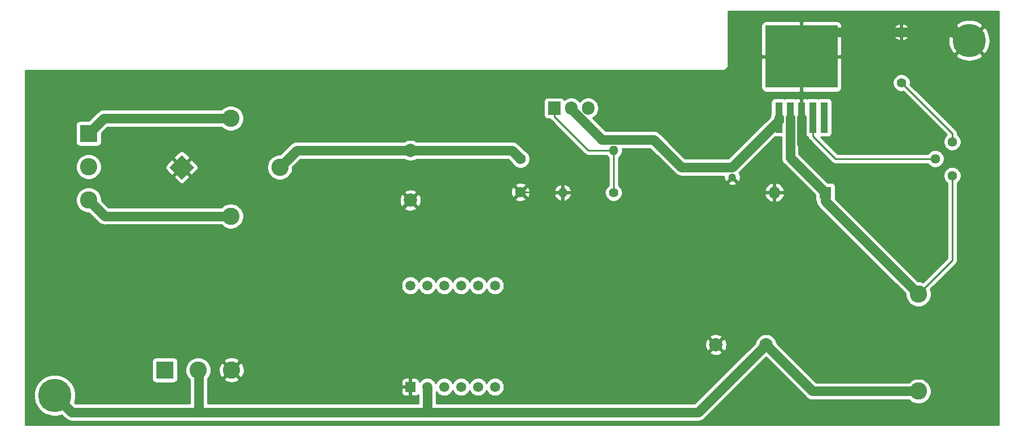
<source format=gtl>
%TF.GenerationSoftware,KiCad,Pcbnew,(5.1.10)-1*%
%TF.CreationDate,2021-12-30T01:37:01+05:30*%
%TF.ProjectId,New,4e65772e-6b69-4636-9164-5f7063625858,Final*%
%TF.SameCoordinates,Original*%
%TF.FileFunction,Copper,L1,Top*%
%TF.FilePolarity,Positive*%
%FSLAX46Y46*%
G04 Gerber Fmt 4.6, Leading zero omitted, Abs format (unit mm)*
G04 Created by KiCad (PCBNEW (5.1.10)-1) date 2021-12-30 01:37:01*
%MOMM*%
%LPD*%
G01*
G04 APERTURE LIST*
%TA.AperFunction,ComponentPad*%
%ADD10C,1.440000*%
%TD*%
%TA.AperFunction,ComponentPad*%
%ADD11C,2.600000*%
%TD*%
%TA.AperFunction,ComponentPad*%
%ADD12R,2.600000X2.600000*%
%TD*%
%TA.AperFunction,ComponentPad*%
%ADD13C,5.000000*%
%TD*%
%TA.AperFunction,ComponentPad*%
%ADD14C,1.500000*%
%TD*%
%TA.AperFunction,ComponentPad*%
%ADD15R,1.500000X1.500000*%
%TD*%
%TA.AperFunction,ComponentPad*%
%ADD16C,2.000000*%
%TD*%
%TA.AperFunction,ComponentPad*%
%ADD17O,1.400000X1.400000*%
%TD*%
%TA.AperFunction,ComponentPad*%
%ADD18C,1.400000*%
%TD*%
%TA.AperFunction,ComponentPad*%
%ADD19C,1.200000*%
%TD*%
%TA.AperFunction,SMDPad,CuDef*%
%ADD20R,10.800000X9.400000*%
%TD*%
%TA.AperFunction,SMDPad,CuDef*%
%ADD21R,1.100000X4.600000*%
%TD*%
%TA.AperFunction,ComponentPad*%
%ADD22O,1.905000X2.000000*%
%TD*%
%TA.AperFunction,ComponentPad*%
%ADD23R,1.905000X2.000000*%
%TD*%
%TA.AperFunction,ComponentPad*%
%ADD24O,1.800000X1.800000*%
%TD*%
%TA.AperFunction,ComponentPad*%
%ADD25R,1.800000X1.800000*%
%TD*%
%TA.AperFunction,ComponentPad*%
%ADD26C,0.100000*%
%TD*%
%TA.AperFunction,ComponentPad*%
%ADD27C,1.600000*%
%TD*%
%TA.AperFunction,ViaPad*%
%ADD28C,0.800000*%
%TD*%
%TA.AperFunction,Conductor*%
%ADD29C,0.250000*%
%TD*%
%TA.AperFunction,Conductor*%
%ADD30C,1.400000*%
%TD*%
%TA.AperFunction,Conductor*%
%ADD31C,0.254000*%
%TD*%
%TA.AperFunction,Conductor*%
%ADD32C,0.100000*%
%TD*%
G04 APERTURE END LIST*
D10*
%TO.P,RV1,3*%
%TO.N,Net-(R3-Pad1)*%
X209550000Y-83820000D03*
%TO.P,RV1,2*%
%TO.N,Net-(RV1-Pad2)*%
X207010000Y-86360000D03*
%TO.P,RV1,1*%
%TO.N,Net-(D2-Pad1)*%
X209550000Y-88900000D03*
%TD*%
D11*
%TO.P,J2,3*%
%TO.N,GND*%
X101440000Y-118110000D03*
%TO.P,J2,2*%
%TO.N,Net-(C4-Pad1)*%
X96440000Y-118110000D03*
D12*
%TO.P,J2,1*%
%TO.N,Net-(J2-Pad1)*%
X91440000Y-118110000D03*
%TD*%
D11*
%TO.P,J1,3*%
%TO.N,Net-(D1-Pad2)*%
X80010000Y-92550000D03*
%TO.P,J1,2*%
%TO.N,Net-(J1-Pad2)*%
X80010000Y-87550000D03*
D12*
%TO.P,J1,1*%
%TO.N,Net-(D1-Pad4)*%
X80010000Y-82550000D03*
%TD*%
D13*
%TO.P,H2,1*%
%TO.N,Net-(C4-Pad1)*%
X74930000Y-121920000D03*
%TD*%
%TO.P,H1,1*%
%TO.N,GND*%
X212090000Y-68580000D03*
%TD*%
D14*
%TO.P,MES1,12*%
%TO.N,N/C*%
X128270000Y-105410000D03*
%TO.P,MES1,11*%
X130810000Y-105410000D03*
%TO.P,MES1,10*%
X133350000Y-105410000D03*
%TO.P,MES1,9*%
X135890000Y-105410000D03*
%TO.P,MES1,8*%
X138430000Y-105410000D03*
%TO.P,MES1,7*%
X140970000Y-105410000D03*
%TO.P,MES1,6*%
X140970000Y-120650000D03*
%TO.P,MES1,5*%
X138430000Y-120650000D03*
%TO.P,MES1,4*%
X135890000Y-120650000D03*
%TO.P,MES1,3*%
X133350000Y-120650000D03*
%TO.P,MES1,2*%
%TO.N,Net-(C4-Pad1)*%
X130810000Y-120650000D03*
D15*
%TO.P,MES1,1*%
%TO.N,GND*%
X128270000Y-120650000D03*
%TD*%
D16*
%TO.P,C4,2*%
%TO.N,GND*%
X174110000Y-114300000D03*
%TO.P,C4,1*%
%TO.N,Net-(C4-Pad1)*%
X181610000Y-114300000D03*
%TD*%
D17*
%TO.P,R3,2*%
%TO.N,GND*%
X201930000Y-67310000D03*
D18*
%TO.P,R3,1*%
%TO.N,Net-(R3-Pad1)*%
X201930000Y-74930000D03*
%TD*%
D19*
%TO.P,C3,2*%
%TO.N,GND*%
X176530000Y-89130000D03*
%TO.P,C3,1*%
%TO.N,Net-(C3-Pad1)*%
X176530000Y-87630000D03*
%TD*%
D17*
%TO.P,R1,2*%
%TO.N,Net-(R1-Pad2)*%
X158750000Y-85090000D03*
D18*
%TO.P,R1,1*%
%TO.N,Net-(C3-Pad1)*%
X166370000Y-85090000D03*
%TD*%
D20*
%TO.P,U2,3*%
%TO.N,GND*%
X186925000Y-71005000D03*
D21*
%TO.P,U2,5*%
%TO.N,Net-(U2-Pad5)*%
X190325000Y-80155000D03*
%TO.P,U2,4*%
%TO.N,Net-(RV1-Pad2)*%
X188625000Y-80155000D03*
%TO.P,U2,3*%
%TO.N,GND*%
X186925000Y-80155000D03*
%TO.P,U2,2*%
%TO.N,Net-(D2-Pad1)*%
X185225000Y-80155000D03*
%TO.P,U2,1*%
%TO.N,Net-(C3-Pad1)*%
X183525000Y-80155000D03*
%TD*%
D22*
%TO.P,U1,3*%
%TO.N,Net-(C1-Pad1)*%
X154940000Y-78740000D03*
%TO.P,U1,2*%
%TO.N,Net-(C3-Pad1)*%
X152400000Y-78740000D03*
D23*
%TO.P,U1,1*%
%TO.N,Net-(R1-Pad2)*%
X149860000Y-78740000D03*
%TD*%
D17*
%TO.P,R2,2*%
%TO.N,GND*%
X151130000Y-91440000D03*
D18*
%TO.P,R2,1*%
%TO.N,Net-(R1-Pad2)*%
X158750000Y-91440000D03*
%TD*%
D11*
%TO.P,L1,2*%
%TO.N,Net-(C4-Pad1)*%
X204470000Y-121290000D03*
%TO.P,L1,1*%
%TO.N,Net-(D2-Pad1)*%
X204470000Y-106680000D03*
%TD*%
D24*
%TO.P,D2,2*%
%TO.N,GND*%
X182880000Y-91440000D03*
D25*
%TO.P,D2,1*%
%TO.N,Net-(D2-Pad1)*%
X190500000Y-91440000D03*
%TD*%
D11*
%TO.P,D1,2*%
%TO.N,Net-(D1-Pad2)*%
X101333911Y-94983911D03*
%TA.AperFunction,ComponentPad*%
D26*
%TO.P,D1,1*%
%TO.N,GND*%
G36*
X93980000Y-89468478D02*
G01*
X92141522Y-87630000D01*
X93980000Y-85791522D01*
X95818478Y-87630000D01*
X93980000Y-89468478D01*
G37*
%TD.AperFunction*%
D11*
%TO.P,D1,4*%
%TO.N,Net-(D1-Pad4)*%
X101333911Y-80276089D03*
%TO.P,D1,3*%
%TO.N,Net-(C1-Pad1)*%
X108687821Y-87630000D03*
%TD*%
D27*
%TO.P,C2,2*%
%TO.N,GND*%
X144780000Y-91360000D03*
%TO.P,C2,1*%
%TO.N,Net-(C1-Pad1)*%
X144780000Y-86360000D03*
%TD*%
D16*
%TO.P,C1,2*%
%TO.N,GND*%
X128270000Y-92590000D03*
%TO.P,C1,1*%
%TO.N,Net-(C1-Pad1)*%
X128270000Y-85090000D03*
%TD*%
D28*
%TO.N,GND*%
X189230000Y-86360000D03*
%TD*%
D29*
%TO.N,GND*%
X151050000Y-91360000D02*
X151130000Y-91440000D01*
X144780000Y-91360000D02*
X151050000Y-91360000D01*
X189350000Y-68580000D02*
X186925000Y-71005000D01*
X127948998Y-120971002D02*
X128270000Y-120650000D01*
D30*
X190620000Y-67310000D02*
X186925000Y-71005000D01*
X201930000Y-67310000D02*
X190620000Y-67310000D01*
X209550000Y-67310000D02*
X201930000Y-67310000D01*
X212090000Y-68580000D02*
X209550000Y-67310000D01*
X186925000Y-84055000D02*
X189230000Y-86360000D01*
X186925000Y-80155000D02*
X186925000Y-84055000D01*
%TO.N,Net-(C1-Pad1)*%
X111227821Y-85090000D02*
X108687821Y-87630000D01*
X128270000Y-85090000D02*
X111227821Y-85090000D01*
X143510000Y-85090000D02*
X144780000Y-86360000D01*
X128270000Y-85090000D02*
X143510000Y-85090000D01*
%TO.N,Net-(C3-Pad1)*%
X164769999Y-83489999D02*
X166370000Y-85090000D01*
X152400000Y-78867344D02*
X152400000Y-78740000D01*
X157022655Y-83489999D02*
X152400000Y-78867344D01*
X164769999Y-83489999D02*
X157022655Y-83489999D01*
X183525000Y-80635000D02*
X176530000Y-87630000D01*
X183525000Y-80155000D02*
X183525000Y-80635000D01*
X168910000Y-87630000D02*
X166370000Y-85090000D01*
X176530000Y-87630000D02*
X168910000Y-87630000D01*
D29*
%TO.N,Net-(C4-Pad1)*%
X130615001Y-120844999D02*
X130810000Y-120650000D01*
D30*
X188600000Y-121290000D02*
X181610000Y-114300000D01*
X204470000Y-121290000D02*
X188600000Y-121290000D01*
X171450000Y-124460000D02*
X134620000Y-124460000D01*
X181610000Y-114300000D02*
X171450000Y-124460000D01*
X96520000Y-118190000D02*
X96440000Y-118110000D01*
X96520000Y-124460000D02*
X96520000Y-118190000D01*
X77470000Y-124460000D02*
X74930000Y-121920000D01*
X96520000Y-124460000D02*
X77470000Y-124460000D01*
X130810000Y-124460000D02*
X130810000Y-120650000D01*
X130810000Y-124460000D02*
X96520000Y-124460000D01*
X134620000Y-124460000D02*
X130810000Y-124460000D01*
%TO.N,Net-(D1-Pad2)*%
X82443911Y-94983911D02*
X80010000Y-92550000D01*
X101333911Y-94983911D02*
X82443911Y-94983911D01*
D29*
%TO.N,Net-(D1-Pad4)*%
X101333911Y-80276089D02*
X101333911Y-79743911D01*
D30*
X82283911Y-80276089D02*
X80010000Y-82550000D01*
X101333911Y-80276089D02*
X82283911Y-80276089D01*
D29*
%TO.N,Net-(D2-Pad1)*%
X209550000Y-101600000D02*
X204470000Y-106680000D01*
X209550000Y-88900000D02*
X209550000Y-101600000D01*
D30*
X185225000Y-86165000D02*
X190500000Y-91440000D01*
X185225000Y-80155000D02*
X185225000Y-86165000D01*
X190500000Y-92710000D02*
X204470000Y-106680000D01*
X190500000Y-91440000D02*
X190500000Y-92710000D01*
D29*
%TO.N,Net-(R1-Pad2)*%
X158750000Y-91440000D02*
X158750000Y-85090000D01*
X154960000Y-85090000D02*
X158750000Y-85090000D01*
X149860000Y-78740000D02*
X149860000Y-79990000D01*
X149860000Y-79990000D02*
X154960000Y-85090000D01*
%TO.N,Net-(R3-Pad1)*%
X209550000Y-82550000D02*
X201930000Y-74930000D01*
X209550000Y-83820000D02*
X209550000Y-82550000D01*
%TO.N,Net-(RV1-Pad2)*%
X188625000Y-81890002D02*
X188625000Y-80155000D01*
X188625000Y-82960000D02*
X188625000Y-80155000D01*
X192025000Y-86360000D02*
X188625000Y-82960000D01*
X207010000Y-86360000D02*
X192025000Y-86360000D01*
%TD*%
D31*
%TO.N,GND*%
X216510001Y-64737572D02*
X216510000Y-64737582D01*
X216510001Y-126340000D01*
X70510000Y-126340000D01*
X70510000Y-121611229D01*
X71795000Y-121611229D01*
X71795000Y-122228771D01*
X71915476Y-122834446D01*
X72151799Y-123404979D01*
X72494886Y-123918446D01*
X72931554Y-124355114D01*
X73445021Y-124698201D01*
X74015554Y-124934524D01*
X74621229Y-125055000D01*
X75238771Y-125055000D01*
X75844446Y-124934524D01*
X75994426Y-124872400D01*
X76479639Y-125357614D01*
X76521445Y-125408555D01*
X76724725Y-125575382D01*
X76956646Y-125699347D01*
X77208294Y-125775683D01*
X77404421Y-125795000D01*
X77404423Y-125795000D01*
X77469999Y-125801459D01*
X77535575Y-125795000D01*
X96454421Y-125795000D01*
X96520000Y-125801459D01*
X96585579Y-125795000D01*
X130744421Y-125795000D01*
X130810000Y-125801459D01*
X130875579Y-125795000D01*
X171384421Y-125795000D01*
X171450000Y-125801459D01*
X171515579Y-125795000D01*
X171711706Y-125775683D01*
X171963354Y-125699347D01*
X172195275Y-125575382D01*
X172398555Y-125408555D01*
X172440366Y-125357608D01*
X181610001Y-116187975D01*
X187609643Y-122187619D01*
X187651445Y-122238555D01*
X187854725Y-122405382D01*
X188086646Y-122529347D01*
X188338294Y-122605683D01*
X188600000Y-122631459D01*
X188665579Y-122625000D01*
X203068496Y-122625000D01*
X203236509Y-122793013D01*
X203553434Y-123004775D01*
X203905581Y-123150639D01*
X204279419Y-123225000D01*
X204660581Y-123225000D01*
X205034419Y-123150639D01*
X205386566Y-123004775D01*
X205703491Y-122793013D01*
X205973013Y-122523491D01*
X206184775Y-122206566D01*
X206330639Y-121854419D01*
X206405000Y-121480581D01*
X206405000Y-121099419D01*
X206330639Y-120725581D01*
X206184775Y-120373434D01*
X205973013Y-120056509D01*
X205703491Y-119786987D01*
X205386566Y-119575225D01*
X205034419Y-119429361D01*
X204660581Y-119355000D01*
X204279419Y-119355000D01*
X203905581Y-119429361D01*
X203553434Y-119575225D01*
X203236509Y-119786987D01*
X203068496Y-119955000D01*
X189152976Y-119955000D01*
X183222171Y-114024197D01*
X183182168Y-113823088D01*
X183058918Y-113525537D01*
X182879987Y-113257748D01*
X182652252Y-113030013D01*
X182384463Y-112851082D01*
X182086912Y-112727832D01*
X181771033Y-112665000D01*
X181448967Y-112665000D01*
X181133088Y-112727832D01*
X180835537Y-112851082D01*
X180567748Y-113030013D01*
X180340013Y-113257748D01*
X180161082Y-113525537D01*
X180037832Y-113823088D01*
X179997830Y-114024195D01*
X170897026Y-123125000D01*
X132145000Y-123125000D01*
X132145000Y-121339523D01*
X132274201Y-121532886D01*
X132467114Y-121725799D01*
X132693957Y-121877371D01*
X132946011Y-121981775D01*
X133213589Y-122035000D01*
X133486411Y-122035000D01*
X133753989Y-121981775D01*
X134006043Y-121877371D01*
X134232886Y-121725799D01*
X134425799Y-121532886D01*
X134577371Y-121306043D01*
X134620000Y-121203127D01*
X134662629Y-121306043D01*
X134814201Y-121532886D01*
X135007114Y-121725799D01*
X135233957Y-121877371D01*
X135486011Y-121981775D01*
X135753589Y-122035000D01*
X136026411Y-122035000D01*
X136293989Y-121981775D01*
X136546043Y-121877371D01*
X136772886Y-121725799D01*
X136965799Y-121532886D01*
X137117371Y-121306043D01*
X137160000Y-121203127D01*
X137202629Y-121306043D01*
X137354201Y-121532886D01*
X137547114Y-121725799D01*
X137773957Y-121877371D01*
X138026011Y-121981775D01*
X138293589Y-122035000D01*
X138566411Y-122035000D01*
X138833989Y-121981775D01*
X139086043Y-121877371D01*
X139312886Y-121725799D01*
X139505799Y-121532886D01*
X139657371Y-121306043D01*
X139700000Y-121203127D01*
X139742629Y-121306043D01*
X139894201Y-121532886D01*
X140087114Y-121725799D01*
X140313957Y-121877371D01*
X140566011Y-121981775D01*
X140833589Y-122035000D01*
X141106411Y-122035000D01*
X141373989Y-121981775D01*
X141626043Y-121877371D01*
X141852886Y-121725799D01*
X142045799Y-121532886D01*
X142197371Y-121306043D01*
X142301775Y-121053989D01*
X142355000Y-120786411D01*
X142355000Y-120513589D01*
X142301775Y-120246011D01*
X142197371Y-119993957D01*
X142045799Y-119767114D01*
X141852886Y-119574201D01*
X141626043Y-119422629D01*
X141373989Y-119318225D01*
X141106411Y-119265000D01*
X140833589Y-119265000D01*
X140566011Y-119318225D01*
X140313957Y-119422629D01*
X140087114Y-119574201D01*
X139894201Y-119767114D01*
X139742629Y-119993957D01*
X139700000Y-120096873D01*
X139657371Y-119993957D01*
X139505799Y-119767114D01*
X139312886Y-119574201D01*
X139086043Y-119422629D01*
X138833989Y-119318225D01*
X138566411Y-119265000D01*
X138293589Y-119265000D01*
X138026011Y-119318225D01*
X137773957Y-119422629D01*
X137547114Y-119574201D01*
X137354201Y-119767114D01*
X137202629Y-119993957D01*
X137160000Y-120096873D01*
X137117371Y-119993957D01*
X136965799Y-119767114D01*
X136772886Y-119574201D01*
X136546043Y-119422629D01*
X136293989Y-119318225D01*
X136026411Y-119265000D01*
X135753589Y-119265000D01*
X135486011Y-119318225D01*
X135233957Y-119422629D01*
X135007114Y-119574201D01*
X134814201Y-119767114D01*
X134662629Y-119993957D01*
X134620000Y-120096873D01*
X134577371Y-119993957D01*
X134425799Y-119767114D01*
X134232886Y-119574201D01*
X134006043Y-119422629D01*
X133753989Y-119318225D01*
X133486411Y-119265000D01*
X133213589Y-119265000D01*
X132946011Y-119318225D01*
X132693957Y-119422629D01*
X132467114Y-119574201D01*
X132274201Y-119767114D01*
X132122629Y-119993957D01*
X132080000Y-120096873D01*
X132037371Y-119993957D01*
X131885799Y-119767114D01*
X131692886Y-119574201D01*
X131466043Y-119422629D01*
X131213989Y-119318225D01*
X130946411Y-119265000D01*
X130673589Y-119265000D01*
X130406011Y-119318225D01*
X130153957Y-119422629D01*
X129927114Y-119574201D01*
X129734201Y-119767114D01*
X129656445Y-119883483D01*
X129645812Y-119775518D01*
X129609502Y-119655820D01*
X129550537Y-119545506D01*
X129471185Y-119448815D01*
X129374494Y-119369463D01*
X129264180Y-119310498D01*
X129144482Y-119274188D01*
X129020000Y-119261928D01*
X128555750Y-119265000D01*
X128397000Y-119423750D01*
X128397000Y-120523000D01*
X128417000Y-120523000D01*
X128417000Y-120777000D01*
X128397000Y-120777000D01*
X128397000Y-121876250D01*
X128555750Y-122035000D01*
X129020000Y-122038072D01*
X129144482Y-122025812D01*
X129264180Y-121989502D01*
X129374494Y-121930537D01*
X129471185Y-121851185D01*
X129475001Y-121846536D01*
X129475000Y-123125000D01*
X97855000Y-123125000D01*
X97855000Y-121400000D01*
X126881928Y-121400000D01*
X126894188Y-121524482D01*
X126930498Y-121644180D01*
X126989463Y-121754494D01*
X127068815Y-121851185D01*
X127165506Y-121930537D01*
X127275820Y-121989502D01*
X127395518Y-122025812D01*
X127520000Y-122038072D01*
X127984250Y-122035000D01*
X128143000Y-121876250D01*
X128143000Y-120777000D01*
X127043750Y-120777000D01*
X126885000Y-120935750D01*
X126881928Y-121400000D01*
X97855000Y-121400000D01*
X97855000Y-119459224D01*
X100270381Y-119459224D01*
X100402317Y-119754312D01*
X100743045Y-119925159D01*
X101110557Y-120026250D01*
X101490729Y-120053701D01*
X101868951Y-120006457D01*
X102189533Y-119900000D01*
X126881928Y-119900000D01*
X126885000Y-120364250D01*
X127043750Y-120523000D01*
X128143000Y-120523000D01*
X128143000Y-119423750D01*
X127984250Y-119265000D01*
X127520000Y-119261928D01*
X127395518Y-119274188D01*
X127275820Y-119310498D01*
X127165506Y-119369463D01*
X127068815Y-119448815D01*
X126989463Y-119545506D01*
X126930498Y-119655820D01*
X126894188Y-119775518D01*
X126881928Y-119900000D01*
X102189533Y-119900000D01*
X102230690Y-119886333D01*
X102477683Y-119754312D01*
X102609619Y-119459224D01*
X101440000Y-118289605D01*
X100270381Y-119459224D01*
X97855000Y-119459224D01*
X97855000Y-119431504D01*
X97943013Y-119343491D01*
X98154775Y-119026566D01*
X98300639Y-118674419D01*
X98375000Y-118300581D01*
X98375000Y-118160729D01*
X99496299Y-118160729D01*
X99543543Y-118538951D01*
X99663667Y-118900690D01*
X99795688Y-119147683D01*
X100090776Y-119279619D01*
X101260395Y-118110000D01*
X101619605Y-118110000D01*
X102789224Y-119279619D01*
X103084312Y-119147683D01*
X103255159Y-118806955D01*
X103356250Y-118439443D01*
X103383701Y-118059271D01*
X103336457Y-117681049D01*
X103216333Y-117319310D01*
X103084312Y-117072317D01*
X102789224Y-116940381D01*
X101619605Y-118110000D01*
X101260395Y-118110000D01*
X100090776Y-116940381D01*
X99795688Y-117072317D01*
X99624841Y-117413045D01*
X99523750Y-117780557D01*
X99496299Y-118160729D01*
X98375000Y-118160729D01*
X98375000Y-117919419D01*
X98300639Y-117545581D01*
X98154775Y-117193434D01*
X97943013Y-116876509D01*
X97827280Y-116760776D01*
X100270381Y-116760776D01*
X101440000Y-117930395D01*
X102609619Y-116760776D01*
X102477683Y-116465688D01*
X102136955Y-116294841D01*
X101769443Y-116193750D01*
X101389271Y-116166299D01*
X101011049Y-116213543D01*
X100649310Y-116333667D01*
X100402317Y-116465688D01*
X100270381Y-116760776D01*
X97827280Y-116760776D01*
X97673491Y-116606987D01*
X97356566Y-116395225D01*
X97004419Y-116249361D01*
X96630581Y-116175000D01*
X96249419Y-116175000D01*
X95875581Y-116249361D01*
X95523434Y-116395225D01*
X95206509Y-116606987D01*
X94936987Y-116876509D01*
X94725225Y-117193434D01*
X94579361Y-117545581D01*
X94505000Y-117919419D01*
X94505000Y-118300581D01*
X94579361Y-118674419D01*
X94725225Y-119026566D01*
X94936987Y-119343491D01*
X95185001Y-119591505D01*
X95185000Y-123125000D01*
X78022975Y-123125000D01*
X77882400Y-122984426D01*
X77944524Y-122834446D01*
X78065000Y-122228771D01*
X78065000Y-121611229D01*
X77944524Y-121005554D01*
X77708201Y-120435021D01*
X77365114Y-119921554D01*
X76928446Y-119484886D01*
X76414979Y-119141799D01*
X75844446Y-118905476D01*
X75238771Y-118785000D01*
X74621229Y-118785000D01*
X74015554Y-118905476D01*
X73445021Y-119141799D01*
X72931554Y-119484886D01*
X72494886Y-119921554D01*
X72151799Y-120435021D01*
X71915476Y-121005554D01*
X71795000Y-121611229D01*
X70510000Y-121611229D01*
X70510000Y-116810000D01*
X89501928Y-116810000D01*
X89501928Y-119410000D01*
X89514188Y-119534482D01*
X89550498Y-119654180D01*
X89609463Y-119764494D01*
X89688815Y-119861185D01*
X89785506Y-119940537D01*
X89895820Y-119999502D01*
X90015518Y-120035812D01*
X90140000Y-120048072D01*
X92740000Y-120048072D01*
X92864482Y-120035812D01*
X92984180Y-119999502D01*
X93094494Y-119940537D01*
X93191185Y-119861185D01*
X93270537Y-119764494D01*
X93329502Y-119654180D01*
X93365812Y-119534482D01*
X93378072Y-119410000D01*
X93378072Y-116810000D01*
X93365812Y-116685518D01*
X93329502Y-116565820D01*
X93270537Y-116455506D01*
X93191185Y-116358815D01*
X93094494Y-116279463D01*
X92984180Y-116220498D01*
X92864482Y-116184188D01*
X92740000Y-116171928D01*
X90140000Y-116171928D01*
X90015518Y-116184188D01*
X89895820Y-116220498D01*
X89785506Y-116279463D01*
X89688815Y-116358815D01*
X89609463Y-116455506D01*
X89550498Y-116565820D01*
X89514188Y-116685518D01*
X89501928Y-116810000D01*
X70510000Y-116810000D01*
X70510000Y-115435413D01*
X173154192Y-115435413D01*
X173249956Y-115699814D01*
X173539571Y-115840704D01*
X173851108Y-115922384D01*
X174172595Y-115941718D01*
X174491675Y-115897961D01*
X174796088Y-115792795D01*
X174970044Y-115699814D01*
X175065808Y-115435413D01*
X174110000Y-114479605D01*
X173154192Y-115435413D01*
X70510000Y-115435413D01*
X70510000Y-114362595D01*
X172468282Y-114362595D01*
X172512039Y-114681675D01*
X172617205Y-114986088D01*
X172710186Y-115160044D01*
X172974587Y-115255808D01*
X173930395Y-114300000D01*
X174289605Y-114300000D01*
X175245413Y-115255808D01*
X175509814Y-115160044D01*
X175650704Y-114870429D01*
X175732384Y-114558892D01*
X175751718Y-114237405D01*
X175707961Y-113918325D01*
X175602795Y-113613912D01*
X175509814Y-113439956D01*
X175245413Y-113344192D01*
X174289605Y-114300000D01*
X173930395Y-114300000D01*
X172974587Y-113344192D01*
X172710186Y-113439956D01*
X172569296Y-113729571D01*
X172487616Y-114041108D01*
X172468282Y-114362595D01*
X70510000Y-114362595D01*
X70510000Y-113164587D01*
X173154192Y-113164587D01*
X174110000Y-114120395D01*
X175065808Y-113164587D01*
X174970044Y-112900186D01*
X174680429Y-112759296D01*
X174368892Y-112677616D01*
X174047405Y-112658282D01*
X173728325Y-112702039D01*
X173423912Y-112807205D01*
X173249956Y-112900186D01*
X173154192Y-113164587D01*
X70510000Y-113164587D01*
X70510000Y-105273589D01*
X126885000Y-105273589D01*
X126885000Y-105546411D01*
X126938225Y-105813989D01*
X127042629Y-106066043D01*
X127194201Y-106292886D01*
X127387114Y-106485799D01*
X127613957Y-106637371D01*
X127866011Y-106741775D01*
X128133589Y-106795000D01*
X128406411Y-106795000D01*
X128673989Y-106741775D01*
X128926043Y-106637371D01*
X129152886Y-106485799D01*
X129345799Y-106292886D01*
X129497371Y-106066043D01*
X129540000Y-105963127D01*
X129582629Y-106066043D01*
X129734201Y-106292886D01*
X129927114Y-106485799D01*
X130153957Y-106637371D01*
X130406011Y-106741775D01*
X130673589Y-106795000D01*
X130946411Y-106795000D01*
X131213989Y-106741775D01*
X131466043Y-106637371D01*
X131692886Y-106485799D01*
X131885799Y-106292886D01*
X132037371Y-106066043D01*
X132080000Y-105963127D01*
X132122629Y-106066043D01*
X132274201Y-106292886D01*
X132467114Y-106485799D01*
X132693957Y-106637371D01*
X132946011Y-106741775D01*
X133213589Y-106795000D01*
X133486411Y-106795000D01*
X133753989Y-106741775D01*
X134006043Y-106637371D01*
X134232886Y-106485799D01*
X134425799Y-106292886D01*
X134577371Y-106066043D01*
X134620000Y-105963127D01*
X134662629Y-106066043D01*
X134814201Y-106292886D01*
X135007114Y-106485799D01*
X135233957Y-106637371D01*
X135486011Y-106741775D01*
X135753589Y-106795000D01*
X136026411Y-106795000D01*
X136293989Y-106741775D01*
X136546043Y-106637371D01*
X136772886Y-106485799D01*
X136965799Y-106292886D01*
X137117371Y-106066043D01*
X137160000Y-105963127D01*
X137202629Y-106066043D01*
X137354201Y-106292886D01*
X137547114Y-106485799D01*
X137773957Y-106637371D01*
X138026011Y-106741775D01*
X138293589Y-106795000D01*
X138566411Y-106795000D01*
X138833989Y-106741775D01*
X139086043Y-106637371D01*
X139312886Y-106485799D01*
X139505799Y-106292886D01*
X139657371Y-106066043D01*
X139700000Y-105963127D01*
X139742629Y-106066043D01*
X139894201Y-106292886D01*
X140087114Y-106485799D01*
X140313957Y-106637371D01*
X140566011Y-106741775D01*
X140833589Y-106795000D01*
X141106411Y-106795000D01*
X141373989Y-106741775D01*
X141626043Y-106637371D01*
X141852886Y-106485799D01*
X142045799Y-106292886D01*
X142197371Y-106066043D01*
X142301775Y-105813989D01*
X142355000Y-105546411D01*
X142355000Y-105273589D01*
X142301775Y-105006011D01*
X142197371Y-104753957D01*
X142045799Y-104527114D01*
X141852886Y-104334201D01*
X141626043Y-104182629D01*
X141373989Y-104078225D01*
X141106411Y-104025000D01*
X140833589Y-104025000D01*
X140566011Y-104078225D01*
X140313957Y-104182629D01*
X140087114Y-104334201D01*
X139894201Y-104527114D01*
X139742629Y-104753957D01*
X139700000Y-104856873D01*
X139657371Y-104753957D01*
X139505799Y-104527114D01*
X139312886Y-104334201D01*
X139086043Y-104182629D01*
X138833989Y-104078225D01*
X138566411Y-104025000D01*
X138293589Y-104025000D01*
X138026011Y-104078225D01*
X137773957Y-104182629D01*
X137547114Y-104334201D01*
X137354201Y-104527114D01*
X137202629Y-104753957D01*
X137160000Y-104856873D01*
X137117371Y-104753957D01*
X136965799Y-104527114D01*
X136772886Y-104334201D01*
X136546043Y-104182629D01*
X136293989Y-104078225D01*
X136026411Y-104025000D01*
X135753589Y-104025000D01*
X135486011Y-104078225D01*
X135233957Y-104182629D01*
X135007114Y-104334201D01*
X134814201Y-104527114D01*
X134662629Y-104753957D01*
X134620000Y-104856873D01*
X134577371Y-104753957D01*
X134425799Y-104527114D01*
X134232886Y-104334201D01*
X134006043Y-104182629D01*
X133753989Y-104078225D01*
X133486411Y-104025000D01*
X133213589Y-104025000D01*
X132946011Y-104078225D01*
X132693957Y-104182629D01*
X132467114Y-104334201D01*
X132274201Y-104527114D01*
X132122629Y-104753957D01*
X132080000Y-104856873D01*
X132037371Y-104753957D01*
X131885799Y-104527114D01*
X131692886Y-104334201D01*
X131466043Y-104182629D01*
X131213989Y-104078225D01*
X130946411Y-104025000D01*
X130673589Y-104025000D01*
X130406011Y-104078225D01*
X130153957Y-104182629D01*
X129927114Y-104334201D01*
X129734201Y-104527114D01*
X129582629Y-104753957D01*
X129540000Y-104856873D01*
X129497371Y-104753957D01*
X129345799Y-104527114D01*
X129152886Y-104334201D01*
X128926043Y-104182629D01*
X128673989Y-104078225D01*
X128406411Y-104025000D01*
X128133589Y-104025000D01*
X127866011Y-104078225D01*
X127613957Y-104182629D01*
X127387114Y-104334201D01*
X127194201Y-104527114D01*
X127042629Y-104753957D01*
X126938225Y-105006011D01*
X126885000Y-105273589D01*
X70510000Y-105273589D01*
X70510000Y-92359419D01*
X78075000Y-92359419D01*
X78075000Y-92740581D01*
X78149361Y-93114419D01*
X78295225Y-93466566D01*
X78506987Y-93783491D01*
X78776509Y-94053013D01*
X79093434Y-94264775D01*
X79445581Y-94410639D01*
X79819419Y-94485000D01*
X80057026Y-94485000D01*
X81453550Y-95881525D01*
X81495356Y-95932466D01*
X81698636Y-96099293D01*
X81930557Y-96223258D01*
X82182205Y-96299594D01*
X82443911Y-96325370D01*
X82509490Y-96318911D01*
X99932407Y-96318911D01*
X100100420Y-96486924D01*
X100417345Y-96698686D01*
X100769492Y-96844550D01*
X101143330Y-96918911D01*
X101524492Y-96918911D01*
X101898330Y-96844550D01*
X102250477Y-96698686D01*
X102567402Y-96486924D01*
X102836924Y-96217402D01*
X103048686Y-95900477D01*
X103194550Y-95548330D01*
X103268911Y-95174492D01*
X103268911Y-94793330D01*
X103194550Y-94419492D01*
X103048686Y-94067345D01*
X102836924Y-93750420D01*
X102811917Y-93725413D01*
X127314192Y-93725413D01*
X127409956Y-93989814D01*
X127699571Y-94130704D01*
X128011108Y-94212384D01*
X128332595Y-94231718D01*
X128651675Y-94187961D01*
X128956088Y-94082795D01*
X129130044Y-93989814D01*
X129225808Y-93725413D01*
X128270000Y-92769605D01*
X127314192Y-93725413D01*
X102811917Y-93725413D01*
X102567402Y-93480898D01*
X102250477Y-93269136D01*
X101898330Y-93123272D01*
X101524492Y-93048911D01*
X101143330Y-93048911D01*
X100769492Y-93123272D01*
X100417345Y-93269136D01*
X100100420Y-93480898D01*
X99932407Y-93648911D01*
X82996886Y-93648911D01*
X82000570Y-92652595D01*
X126628282Y-92652595D01*
X126672039Y-92971675D01*
X126777205Y-93276088D01*
X126870186Y-93450044D01*
X127134587Y-93545808D01*
X128090395Y-92590000D01*
X128449605Y-92590000D01*
X129405413Y-93545808D01*
X129669814Y-93450044D01*
X129810704Y-93160429D01*
X129892384Y-92848892D01*
X129911718Y-92527405D01*
X129887761Y-92352702D01*
X143966903Y-92352702D01*
X144038486Y-92596671D01*
X144293996Y-92717571D01*
X144568184Y-92786300D01*
X144850512Y-92800217D01*
X145130130Y-92758787D01*
X145396292Y-92663603D01*
X145521514Y-92596671D01*
X145593097Y-92352702D01*
X144780000Y-91539605D01*
X143966903Y-92352702D01*
X129887761Y-92352702D01*
X129867961Y-92208325D01*
X129762795Y-91903912D01*
X129669814Y-91729956D01*
X129405413Y-91634192D01*
X128449605Y-92590000D01*
X128090395Y-92590000D01*
X127134587Y-91634192D01*
X126870186Y-91729956D01*
X126729296Y-92019571D01*
X126647616Y-92331108D01*
X126628282Y-92652595D01*
X82000570Y-92652595D01*
X81945000Y-92597026D01*
X81945000Y-92359419D01*
X81870639Y-91985581D01*
X81724775Y-91633434D01*
X81605274Y-91454587D01*
X127314192Y-91454587D01*
X128270000Y-92410395D01*
X129225808Y-91454587D01*
X129217089Y-91430512D01*
X143339783Y-91430512D01*
X143381213Y-91710130D01*
X143476397Y-91976292D01*
X143543329Y-92101514D01*
X143787298Y-92173097D01*
X144600395Y-91360000D01*
X144959605Y-91360000D01*
X145772702Y-92173097D01*
X146016671Y-92101514D01*
X146137571Y-91846004D01*
X146155787Y-91773329D01*
X149837284Y-91773329D01*
X149869953Y-91881044D01*
X149980208Y-92118392D01*
X150134649Y-92329670D01*
X150327340Y-92506759D01*
X150550877Y-92642853D01*
X150796670Y-92732722D01*
X151003000Y-92610201D01*
X151003000Y-91567000D01*
X151257000Y-91567000D01*
X151257000Y-92610201D01*
X151463330Y-92732722D01*
X151709123Y-92642853D01*
X151932660Y-92506759D01*
X152125351Y-92329670D01*
X152279792Y-92118392D01*
X152390047Y-91881044D01*
X152422716Y-91773329D01*
X152299374Y-91567000D01*
X151257000Y-91567000D01*
X151003000Y-91567000D01*
X149960626Y-91567000D01*
X149837284Y-91773329D01*
X146155787Y-91773329D01*
X146206300Y-91571816D01*
X146220217Y-91289488D01*
X146193130Y-91106671D01*
X149837284Y-91106671D01*
X149960626Y-91313000D01*
X151003000Y-91313000D01*
X151003000Y-90269799D01*
X151257000Y-90269799D01*
X151257000Y-91313000D01*
X152299374Y-91313000D01*
X152422716Y-91106671D01*
X152390047Y-90998956D01*
X152279792Y-90761608D01*
X152125351Y-90550330D01*
X151932660Y-90373241D01*
X151709123Y-90237147D01*
X151463330Y-90147278D01*
X151257000Y-90269799D01*
X151003000Y-90269799D01*
X150796670Y-90147278D01*
X150550877Y-90237147D01*
X150327340Y-90373241D01*
X150134649Y-90550330D01*
X149980208Y-90761608D01*
X149869953Y-90998956D01*
X149837284Y-91106671D01*
X146193130Y-91106671D01*
X146178787Y-91009870D01*
X146083603Y-90743708D01*
X146016671Y-90618486D01*
X145772702Y-90546903D01*
X144959605Y-91360000D01*
X144600395Y-91360000D01*
X143787298Y-90546903D01*
X143543329Y-90618486D01*
X143422429Y-90873996D01*
X143353700Y-91148184D01*
X143339783Y-91430512D01*
X129217089Y-91430512D01*
X129130044Y-91190186D01*
X128840429Y-91049296D01*
X128528892Y-90967616D01*
X128207405Y-90948282D01*
X127888325Y-90992039D01*
X127583912Y-91097205D01*
X127409956Y-91190186D01*
X127314192Y-91454587D01*
X81605274Y-91454587D01*
X81513013Y-91316509D01*
X81243491Y-91046987D01*
X80926566Y-90835225D01*
X80574419Y-90689361D01*
X80200581Y-90615000D01*
X79819419Y-90615000D01*
X79445581Y-90689361D01*
X79093434Y-90835225D01*
X78776509Y-91046987D01*
X78506987Y-91316509D01*
X78295225Y-91633434D01*
X78149361Y-91985581D01*
X78075000Y-92359419D01*
X70510000Y-92359419D01*
X70510000Y-90367298D01*
X143966903Y-90367298D01*
X144780000Y-91180395D01*
X145593097Y-90367298D01*
X145521514Y-90123329D01*
X145266004Y-90002429D01*
X144991816Y-89933700D01*
X144709488Y-89919783D01*
X144429870Y-89961213D01*
X144163708Y-90056397D01*
X144038486Y-90123329D01*
X143966903Y-90367298D01*
X70510000Y-90367298D01*
X70510000Y-87359419D01*
X78075000Y-87359419D01*
X78075000Y-87740581D01*
X78149361Y-88114419D01*
X78295225Y-88466566D01*
X78506987Y-88783491D01*
X78776509Y-89053013D01*
X79093434Y-89264775D01*
X79445581Y-89410639D01*
X79819419Y-89485000D01*
X80200581Y-89485000D01*
X80574419Y-89410639D01*
X80926566Y-89264775D01*
X81243491Y-89053013D01*
X81320703Y-88975801D01*
X92813804Y-88975801D01*
X92813804Y-89200307D01*
X93528815Y-89919663D01*
X93625506Y-89999016D01*
X93735820Y-90057980D01*
X93855519Y-90094289D01*
X93980000Y-90106550D01*
X94104481Y-90094289D01*
X94224180Y-90057980D01*
X94334494Y-89999016D01*
X94431185Y-89919663D01*
X95146196Y-89200307D01*
X95146196Y-88975801D01*
X93980000Y-87809605D01*
X92813804Y-88975801D01*
X81320703Y-88975801D01*
X81513013Y-88783491D01*
X81724775Y-88466566D01*
X81870639Y-88114419D01*
X81945000Y-87740581D01*
X81945000Y-87630000D01*
X91503450Y-87630000D01*
X91515711Y-87754481D01*
X91552020Y-87874180D01*
X91610984Y-87984494D01*
X91690337Y-88081185D01*
X92409693Y-88796196D01*
X92634199Y-88796196D01*
X93800395Y-87630000D01*
X94159605Y-87630000D01*
X95325801Y-88796196D01*
X95550307Y-88796196D01*
X96269663Y-88081185D01*
X96349016Y-87984494D01*
X96407980Y-87874180D01*
X96444289Y-87754481D01*
X96456550Y-87630000D01*
X96444289Y-87505519D01*
X96424239Y-87439419D01*
X106752821Y-87439419D01*
X106752821Y-87820581D01*
X106827182Y-88194419D01*
X106973046Y-88546566D01*
X107184808Y-88863491D01*
X107454330Y-89133013D01*
X107771255Y-89344775D01*
X108123402Y-89490639D01*
X108497240Y-89565000D01*
X108878402Y-89565000D01*
X109252240Y-89490639D01*
X109604387Y-89344775D01*
X109921312Y-89133013D01*
X110190834Y-88863491D01*
X110402596Y-88546566D01*
X110548460Y-88194419D01*
X110622821Y-87820581D01*
X110622821Y-87582974D01*
X111780796Y-86425000D01*
X127325047Y-86425000D01*
X127495537Y-86538918D01*
X127793088Y-86662168D01*
X128108967Y-86725000D01*
X128431033Y-86725000D01*
X128746912Y-86662168D01*
X129044463Y-86538918D01*
X129214953Y-86425000D01*
X142957026Y-86425000D01*
X143463467Y-86931441D01*
X143508320Y-87039727D01*
X143665363Y-87274759D01*
X143865241Y-87474637D01*
X144100273Y-87631680D01*
X144361426Y-87739853D01*
X144638665Y-87795000D01*
X144921335Y-87795000D01*
X145198574Y-87739853D01*
X145459727Y-87631680D01*
X145694759Y-87474637D01*
X145894637Y-87274759D01*
X146051680Y-87039727D01*
X146159853Y-86778574D01*
X146215000Y-86501335D01*
X146215000Y-86218665D01*
X146159853Y-85941426D01*
X146051680Y-85680273D01*
X145894637Y-85445241D01*
X145694759Y-85245363D01*
X145459727Y-85088320D01*
X145351441Y-85043467D01*
X144500366Y-84192391D01*
X144458555Y-84141445D01*
X144255275Y-83974618D01*
X144023354Y-83850653D01*
X143771706Y-83774317D01*
X143575579Y-83755000D01*
X143510000Y-83748541D01*
X143444421Y-83755000D01*
X129214953Y-83755000D01*
X129044463Y-83641082D01*
X128746912Y-83517832D01*
X128431033Y-83455000D01*
X128108967Y-83455000D01*
X127793088Y-83517832D01*
X127495537Y-83641082D01*
X127325047Y-83755000D01*
X111293396Y-83755000D01*
X111227820Y-83748541D01*
X111162244Y-83755000D01*
X111162242Y-83755000D01*
X110966115Y-83774317D01*
X110714467Y-83850653D01*
X110482546Y-83974618D01*
X110279266Y-84141445D01*
X110237460Y-84192386D01*
X108734847Y-85695000D01*
X108497240Y-85695000D01*
X108123402Y-85769361D01*
X107771255Y-85915225D01*
X107454330Y-86126987D01*
X107184808Y-86396509D01*
X106973046Y-86713434D01*
X106827182Y-87065581D01*
X106752821Y-87439419D01*
X96424239Y-87439419D01*
X96407980Y-87385820D01*
X96349016Y-87275506D01*
X96269663Y-87178815D01*
X95550307Y-86463804D01*
X95325801Y-86463804D01*
X94159605Y-87630000D01*
X93800395Y-87630000D01*
X92634199Y-86463804D01*
X92409693Y-86463804D01*
X91690337Y-87178815D01*
X91610984Y-87275506D01*
X91552020Y-87385820D01*
X91515711Y-87505519D01*
X91503450Y-87630000D01*
X81945000Y-87630000D01*
X81945000Y-87359419D01*
X81870639Y-86985581D01*
X81724775Y-86633434D01*
X81513013Y-86316509D01*
X81256197Y-86059693D01*
X92813804Y-86059693D01*
X92813804Y-86284199D01*
X93980000Y-87450395D01*
X95146196Y-86284199D01*
X95146196Y-86059693D01*
X94431185Y-85340337D01*
X94334494Y-85260984D01*
X94224180Y-85202020D01*
X94104481Y-85165711D01*
X93980000Y-85153450D01*
X93855519Y-85165711D01*
X93735820Y-85202020D01*
X93625506Y-85260984D01*
X93528815Y-85340337D01*
X92813804Y-86059693D01*
X81256197Y-86059693D01*
X81243491Y-86046987D01*
X80926566Y-85835225D01*
X80574419Y-85689361D01*
X80200581Y-85615000D01*
X79819419Y-85615000D01*
X79445581Y-85689361D01*
X79093434Y-85835225D01*
X78776509Y-86046987D01*
X78506987Y-86316509D01*
X78295225Y-86633434D01*
X78149361Y-86985581D01*
X78075000Y-87359419D01*
X70510000Y-87359419D01*
X70510000Y-81250000D01*
X78071928Y-81250000D01*
X78071928Y-83850000D01*
X78084188Y-83974482D01*
X78120498Y-84094180D01*
X78179463Y-84204494D01*
X78258815Y-84301185D01*
X78355506Y-84380537D01*
X78465820Y-84439502D01*
X78585518Y-84475812D01*
X78710000Y-84488072D01*
X81310000Y-84488072D01*
X81434482Y-84475812D01*
X81554180Y-84439502D01*
X81664494Y-84380537D01*
X81761185Y-84301185D01*
X81840537Y-84204494D01*
X81899502Y-84094180D01*
X81935812Y-83974482D01*
X81948072Y-83850000D01*
X81948072Y-82499903D01*
X82836887Y-81611089D01*
X99932407Y-81611089D01*
X100100420Y-81779102D01*
X100417345Y-81990864D01*
X100769492Y-82136728D01*
X101143330Y-82211089D01*
X101524492Y-82211089D01*
X101898330Y-82136728D01*
X102250477Y-81990864D01*
X102567402Y-81779102D01*
X102836924Y-81509580D01*
X103048686Y-81192655D01*
X103194550Y-80840508D01*
X103268911Y-80466670D01*
X103268911Y-80085508D01*
X103194550Y-79711670D01*
X103048686Y-79359523D01*
X102836924Y-79042598D01*
X102567402Y-78773076D01*
X102250477Y-78561314D01*
X101898330Y-78415450D01*
X101524492Y-78341089D01*
X101143330Y-78341089D01*
X100769492Y-78415450D01*
X100417345Y-78561314D01*
X100100420Y-78773076D01*
X99932407Y-78941089D01*
X82349490Y-78941089D01*
X82283911Y-78934630D01*
X82218332Y-78941089D01*
X82022205Y-78960406D01*
X81770557Y-79036742D01*
X81597864Y-79129049D01*
X81538636Y-79160707D01*
X81440801Y-79240998D01*
X81335356Y-79327534D01*
X81293554Y-79378470D01*
X80060097Y-80611928D01*
X78710000Y-80611928D01*
X78585518Y-80624188D01*
X78465820Y-80660498D01*
X78355506Y-80719463D01*
X78258815Y-80798815D01*
X78179463Y-80895506D01*
X78120498Y-81005820D01*
X78084188Y-81125518D01*
X78071928Y-81250000D01*
X70510000Y-81250000D01*
X70510000Y-77740000D01*
X148269428Y-77740000D01*
X148269428Y-79740000D01*
X148281688Y-79864482D01*
X148317998Y-79984180D01*
X148376963Y-80094494D01*
X148456315Y-80191185D01*
X148553006Y-80270537D01*
X148663320Y-80329502D01*
X148783018Y-80365812D01*
X148907500Y-80378072D01*
X149205674Y-80378072D01*
X149225026Y-80414276D01*
X149296201Y-80501002D01*
X149320000Y-80530001D01*
X149348998Y-80553799D01*
X154396201Y-85601003D01*
X154419999Y-85630001D01*
X154535724Y-85724974D01*
X154667753Y-85795546D01*
X154811014Y-85839003D01*
X154922667Y-85850000D01*
X154922676Y-85850000D01*
X154959999Y-85853676D01*
X154997322Y-85850000D01*
X157652225Y-85850000D01*
X157713038Y-85941013D01*
X157898987Y-86126962D01*
X157990001Y-86187775D01*
X157990000Y-90342225D01*
X157898987Y-90403038D01*
X157713038Y-90588987D01*
X157566939Y-90807641D01*
X157466304Y-91050595D01*
X157415000Y-91308514D01*
X157415000Y-91571486D01*
X157466304Y-91829405D01*
X157566939Y-92072359D01*
X157713038Y-92291013D01*
X157898987Y-92476962D01*
X158117641Y-92623061D01*
X158360595Y-92723696D01*
X158618514Y-92775000D01*
X158881486Y-92775000D01*
X159139405Y-92723696D01*
X159382359Y-92623061D01*
X159601013Y-92476962D01*
X159786962Y-92291013D01*
X159933061Y-92072359D01*
X160033696Y-91829405D01*
X160038602Y-91804740D01*
X181388964Y-91804740D01*
X181437606Y-91965107D01*
X181567764Y-92236414D01*
X181748351Y-92477116D01*
X181972427Y-92677962D01*
X182231380Y-92831234D01*
X182515259Y-92931041D01*
X182753000Y-92810992D01*
X182753000Y-91567000D01*
X183007000Y-91567000D01*
X183007000Y-92810992D01*
X183244741Y-92931041D01*
X183528620Y-92831234D01*
X183787573Y-92677962D01*
X184011649Y-92477116D01*
X184192236Y-92236414D01*
X184322394Y-91965107D01*
X184371036Y-91804740D01*
X184250378Y-91567000D01*
X183007000Y-91567000D01*
X182753000Y-91567000D01*
X181509622Y-91567000D01*
X181388964Y-91804740D01*
X160038602Y-91804740D01*
X160085000Y-91571486D01*
X160085000Y-91308514D01*
X160038603Y-91075260D01*
X181388964Y-91075260D01*
X181509622Y-91313000D01*
X182753000Y-91313000D01*
X182753000Y-90069008D01*
X183007000Y-90069008D01*
X183007000Y-91313000D01*
X184250378Y-91313000D01*
X184371036Y-91075260D01*
X184322394Y-90914893D01*
X184192236Y-90643586D01*
X184011649Y-90402884D01*
X183787573Y-90202038D01*
X183528620Y-90048766D01*
X183244741Y-89948959D01*
X183007000Y-90069008D01*
X182753000Y-90069008D01*
X182515259Y-89948959D01*
X182231380Y-90048766D01*
X181972427Y-90202038D01*
X181748351Y-90402884D01*
X181567764Y-90643586D01*
X181437606Y-90914893D01*
X181388964Y-91075260D01*
X160038603Y-91075260D01*
X160033696Y-91050595D01*
X159933061Y-90807641D01*
X159786962Y-90588987D01*
X159601013Y-90403038D01*
X159510000Y-90342225D01*
X159510000Y-89979764D01*
X175859841Y-89979764D01*
X175907148Y-90203348D01*
X176128516Y-90304237D01*
X176365313Y-90360000D01*
X176608438Y-90368495D01*
X176848549Y-90329395D01*
X177076418Y-90244202D01*
X177152852Y-90203348D01*
X177200159Y-89979764D01*
X176530000Y-89309605D01*
X175859841Y-89979764D01*
X159510000Y-89979764D01*
X159510000Y-86187775D01*
X159601013Y-86126962D01*
X159786962Y-85941013D01*
X159933061Y-85722359D01*
X160033696Y-85479405D01*
X160085000Y-85221486D01*
X160085000Y-84958514D01*
X160058442Y-84824999D01*
X164217025Y-84824999D01*
X165333038Y-85941013D01*
X165518987Y-86126962D01*
X165518990Y-86126964D01*
X167919639Y-88527614D01*
X167961445Y-88578555D01*
X168164725Y-88745382D01*
X168396646Y-88869347D01*
X168648294Y-88945683D01*
X168844421Y-88965000D01*
X168844423Y-88965000D01*
X168909999Y-88971459D01*
X168975575Y-88965000D01*
X175300074Y-88965000D01*
X175300000Y-88965313D01*
X175291505Y-89208438D01*
X175330605Y-89448549D01*
X175415798Y-89676418D01*
X175456652Y-89752852D01*
X175680236Y-89800159D01*
X176350395Y-89130000D01*
X176336253Y-89115858D01*
X176485076Y-88967034D01*
X176530000Y-88971459D01*
X176574924Y-88967034D01*
X176723748Y-89115858D01*
X176709605Y-89130000D01*
X177379764Y-89800159D01*
X177603348Y-89752852D01*
X177704237Y-89531484D01*
X177760000Y-89294687D01*
X177768495Y-89051562D01*
X177729395Y-88811451D01*
X177644202Y-88583582D01*
X177603348Y-88507148D01*
X177551745Y-88496229D01*
X182956705Y-83091270D01*
X182975000Y-83093072D01*
X183890000Y-83093072D01*
X183890001Y-86099412D01*
X183883541Y-86165000D01*
X183909317Y-86426705D01*
X183985654Y-86678354D01*
X184095963Y-86884726D01*
X184109619Y-86910275D01*
X184276446Y-87113555D01*
X184327387Y-87155361D01*
X188961928Y-91789903D01*
X188961928Y-92340000D01*
X188974188Y-92464482D01*
X189010498Y-92584180D01*
X189069463Y-92694494D01*
X189148815Y-92791185D01*
X189168096Y-92807008D01*
X189184317Y-92971706D01*
X189260653Y-93223354D01*
X189384619Y-93455275D01*
X189551446Y-93658555D01*
X189602387Y-93700361D01*
X202535000Y-106632975D01*
X202535000Y-106870581D01*
X202609361Y-107244419D01*
X202755225Y-107596566D01*
X202966987Y-107913491D01*
X203236509Y-108183013D01*
X203553434Y-108394775D01*
X203905581Y-108540639D01*
X204279419Y-108615000D01*
X204660581Y-108615000D01*
X205034419Y-108540639D01*
X205386566Y-108394775D01*
X205703491Y-108183013D01*
X205973013Y-107913491D01*
X206184775Y-107596566D01*
X206330639Y-107244419D01*
X206405000Y-106870581D01*
X206405000Y-106489419D01*
X206330639Y-106115581D01*
X206265787Y-105959014D01*
X210061003Y-102163799D01*
X210090001Y-102140001D01*
X210116332Y-102107917D01*
X210184974Y-102024277D01*
X210255546Y-101892247D01*
X210299003Y-101748986D01*
X210310000Y-101637333D01*
X210310000Y-101637323D01*
X210313676Y-101600000D01*
X210310000Y-101562677D01*
X210310000Y-90021828D01*
X210413762Y-89952497D01*
X210602497Y-89763762D01*
X210750785Y-89541833D01*
X210852928Y-89295239D01*
X210905000Y-89033456D01*
X210905000Y-88766544D01*
X210852928Y-88504761D01*
X210750785Y-88258167D01*
X210602497Y-88036238D01*
X210413762Y-87847503D01*
X210191833Y-87699215D01*
X209945239Y-87597072D01*
X209683456Y-87545000D01*
X209416544Y-87545000D01*
X209154761Y-87597072D01*
X208908167Y-87699215D01*
X208686238Y-87847503D01*
X208497503Y-88036238D01*
X208349215Y-88258167D01*
X208247072Y-88504761D01*
X208195000Y-88766544D01*
X208195000Y-89033456D01*
X208247072Y-89295239D01*
X208349215Y-89541833D01*
X208497503Y-89763762D01*
X208686238Y-89952497D01*
X208790000Y-90021829D01*
X208790001Y-101285197D01*
X205190986Y-104884213D01*
X205034419Y-104819361D01*
X204660581Y-104745000D01*
X204422975Y-104745000D01*
X192036270Y-92358296D01*
X192038072Y-92340000D01*
X192038072Y-90540000D01*
X192025812Y-90415518D01*
X191989502Y-90295820D01*
X191930537Y-90185506D01*
X191851185Y-90088815D01*
X191754494Y-90009463D01*
X191644180Y-89950498D01*
X191524482Y-89914188D01*
X191400000Y-89901928D01*
X190849903Y-89901928D01*
X186560000Y-85612026D01*
X186560000Y-83090921D01*
X186639250Y-83090000D01*
X186798000Y-82931250D01*
X186798000Y-80282000D01*
X186778000Y-80282000D01*
X186778000Y-80028000D01*
X186798000Y-80028000D01*
X186798000Y-77378750D01*
X187052000Y-77378750D01*
X187052000Y-80028000D01*
X187072000Y-80028000D01*
X187072000Y-80282000D01*
X187052000Y-80282000D01*
X187052000Y-82931250D01*
X187210750Y-83090000D01*
X187475000Y-83093072D01*
X187599482Y-83080812D01*
X187719180Y-83044502D01*
X187775000Y-83014665D01*
X187830820Y-83044502D01*
X187870842Y-83056642D01*
X187875997Y-83108985D01*
X187919454Y-83252246D01*
X187990026Y-83384276D01*
X188023252Y-83424761D01*
X188084999Y-83500001D01*
X188114003Y-83523804D01*
X191461201Y-86871003D01*
X191484999Y-86900001D01*
X191513997Y-86923799D01*
X191600723Y-86994974D01*
X191727271Y-87062616D01*
X191732753Y-87065546D01*
X191876014Y-87109003D01*
X191987667Y-87120000D01*
X191987676Y-87120000D01*
X192024999Y-87123676D01*
X192062322Y-87120000D01*
X205888172Y-87120000D01*
X205957503Y-87223762D01*
X206146238Y-87412497D01*
X206368167Y-87560785D01*
X206614761Y-87662928D01*
X206876544Y-87715000D01*
X207143456Y-87715000D01*
X207405239Y-87662928D01*
X207651833Y-87560785D01*
X207873762Y-87412497D01*
X208062497Y-87223762D01*
X208210785Y-87001833D01*
X208312928Y-86755239D01*
X208365000Y-86493456D01*
X208365000Y-86226544D01*
X208312928Y-85964761D01*
X208210785Y-85718167D01*
X208062497Y-85496238D01*
X207873762Y-85307503D01*
X207651833Y-85159215D01*
X207405239Y-85057072D01*
X207143456Y-85005000D01*
X206876544Y-85005000D01*
X206614761Y-85057072D01*
X206368167Y-85159215D01*
X206146238Y-85307503D01*
X205957503Y-85496238D01*
X205888172Y-85600000D01*
X192339802Y-85600000D01*
X189832873Y-83093072D01*
X190875000Y-83093072D01*
X190999482Y-83080812D01*
X191119180Y-83044502D01*
X191229494Y-82985537D01*
X191326185Y-82906185D01*
X191405537Y-82809494D01*
X191464502Y-82699180D01*
X191500812Y-82579482D01*
X191513072Y-82455000D01*
X191513072Y-77855000D01*
X191500812Y-77730518D01*
X191464502Y-77610820D01*
X191405537Y-77500506D01*
X191326185Y-77403815D01*
X191229494Y-77324463D01*
X191119180Y-77265498D01*
X190999482Y-77229188D01*
X190875000Y-77216928D01*
X189775000Y-77216928D01*
X189650518Y-77229188D01*
X189530820Y-77265498D01*
X189475000Y-77295335D01*
X189419180Y-77265498D01*
X189299482Y-77229188D01*
X189175000Y-77216928D01*
X188075000Y-77216928D01*
X187950518Y-77229188D01*
X187830820Y-77265498D01*
X187775000Y-77295335D01*
X187719180Y-77265498D01*
X187599482Y-77229188D01*
X187475000Y-77216928D01*
X187210750Y-77220000D01*
X187052000Y-77378750D01*
X186798000Y-77378750D01*
X186639250Y-77220000D01*
X186375000Y-77216928D01*
X186250518Y-77229188D01*
X186130820Y-77265498D01*
X186075000Y-77295335D01*
X186019180Y-77265498D01*
X185899482Y-77229188D01*
X185775000Y-77216928D01*
X184675000Y-77216928D01*
X184550518Y-77229188D01*
X184430820Y-77265498D01*
X184375000Y-77295335D01*
X184319180Y-77265498D01*
X184199482Y-77229188D01*
X184075000Y-77216928D01*
X182975000Y-77216928D01*
X182850518Y-77229188D01*
X182730820Y-77265498D01*
X182620506Y-77324463D01*
X182523815Y-77403815D01*
X182444463Y-77500506D01*
X182385498Y-77610820D01*
X182349188Y-77730518D01*
X182336928Y-77855000D01*
X182336928Y-79545719D01*
X182285653Y-79641647D01*
X182209317Y-79893295D01*
X182190808Y-80081216D01*
X175977026Y-86295000D01*
X169462975Y-86295000D01*
X167406964Y-84238990D01*
X167406962Y-84238987D01*
X167221013Y-84053038D01*
X165760365Y-82592391D01*
X165718554Y-82541444D01*
X165515274Y-82374617D01*
X165283353Y-82250652D01*
X165031705Y-82174316D01*
X164835578Y-82154999D01*
X164769999Y-82148540D01*
X164704420Y-82154999D01*
X157575630Y-82154999D01*
X155636103Y-80215472D01*
X155826235Y-80113845D01*
X156067963Y-79915463D01*
X156266345Y-79673734D01*
X156413755Y-79397948D01*
X156504530Y-79098703D01*
X156527500Y-78865485D01*
X156527500Y-78614514D01*
X156504530Y-78381296D01*
X156413755Y-78082051D01*
X156266345Y-77806265D01*
X156067963Y-77564537D01*
X155826234Y-77366155D01*
X155550448Y-77218745D01*
X155251203Y-77127970D01*
X154940000Y-77097319D01*
X154628796Y-77127970D01*
X154329551Y-77218745D01*
X154053765Y-77366155D01*
X153812037Y-77564537D01*
X153670000Y-77737609D01*
X153527963Y-77564537D01*
X153286234Y-77366155D01*
X153010448Y-77218745D01*
X152711203Y-77127970D01*
X152400000Y-77097319D01*
X152088796Y-77127970D01*
X151789551Y-77218745D01*
X151513765Y-77366155D01*
X151387905Y-77469446D01*
X151343037Y-77385506D01*
X151263685Y-77288815D01*
X151166994Y-77209463D01*
X151056680Y-77150498D01*
X150936982Y-77114188D01*
X150812500Y-77101928D01*
X148907500Y-77101928D01*
X148783018Y-77114188D01*
X148663320Y-77150498D01*
X148553006Y-77209463D01*
X148456315Y-77288815D01*
X148376963Y-77385506D01*
X148317998Y-77495820D01*
X148281688Y-77615518D01*
X148269428Y-77740000D01*
X70510000Y-77740000D01*
X70510000Y-75705000D01*
X180886928Y-75705000D01*
X180899188Y-75829482D01*
X180935498Y-75949180D01*
X180994463Y-76059494D01*
X181073815Y-76156185D01*
X181170506Y-76235537D01*
X181280820Y-76294502D01*
X181400518Y-76330812D01*
X181525000Y-76343072D01*
X186639250Y-76340000D01*
X186798000Y-76181250D01*
X186798000Y-71132000D01*
X187052000Y-71132000D01*
X187052000Y-76181250D01*
X187210750Y-76340000D01*
X192325000Y-76343072D01*
X192449482Y-76330812D01*
X192569180Y-76294502D01*
X192679494Y-76235537D01*
X192776185Y-76156185D01*
X192855537Y-76059494D01*
X192914502Y-75949180D01*
X192950812Y-75829482D01*
X192963072Y-75705000D01*
X192962442Y-74798514D01*
X200595000Y-74798514D01*
X200595000Y-75061486D01*
X200646304Y-75319405D01*
X200746939Y-75562359D01*
X200893038Y-75781013D01*
X201078987Y-75966962D01*
X201297641Y-76113061D01*
X201540595Y-76213696D01*
X201798514Y-76265000D01*
X202061486Y-76265000D01*
X202168844Y-76243645D01*
X208690112Y-82764914D01*
X208686238Y-82767503D01*
X208497503Y-82956238D01*
X208349215Y-83178167D01*
X208247072Y-83424761D01*
X208195000Y-83686544D01*
X208195000Y-83953456D01*
X208247072Y-84215239D01*
X208349215Y-84461833D01*
X208497503Y-84683762D01*
X208686238Y-84872497D01*
X208908167Y-85020785D01*
X209154761Y-85122928D01*
X209416544Y-85175000D01*
X209683456Y-85175000D01*
X209945239Y-85122928D01*
X210191833Y-85020785D01*
X210413762Y-84872497D01*
X210602497Y-84683762D01*
X210750785Y-84461833D01*
X210852928Y-84215239D01*
X210905000Y-83953456D01*
X210905000Y-83686544D01*
X210852928Y-83424761D01*
X210750785Y-83178167D01*
X210602497Y-82956238D01*
X210413762Y-82767503D01*
X210310000Y-82698172D01*
X210310000Y-82587322D01*
X210313676Y-82549999D01*
X210310000Y-82512676D01*
X210310000Y-82512667D01*
X210299003Y-82401014D01*
X210255546Y-82257753D01*
X210184974Y-82125724D01*
X210090001Y-82009999D01*
X210061003Y-81986201D01*
X203243645Y-75168844D01*
X203265000Y-75061486D01*
X203265000Y-74798514D01*
X203213696Y-74540595D01*
X203113061Y-74297641D01*
X202966962Y-74078987D01*
X202781013Y-73893038D01*
X202562359Y-73746939D01*
X202319405Y-73646304D01*
X202061486Y-73595000D01*
X201798514Y-73595000D01*
X201540595Y-73646304D01*
X201297641Y-73746939D01*
X201078987Y-73893038D01*
X200893038Y-74078987D01*
X200746939Y-74297641D01*
X200646304Y-74540595D01*
X200595000Y-74798514D01*
X192962442Y-74798514D01*
X192960000Y-71290750D01*
X192801250Y-71132000D01*
X187052000Y-71132000D01*
X186798000Y-71132000D01*
X181048750Y-71132000D01*
X180890000Y-71290750D01*
X180886928Y-75705000D01*
X70510000Y-75705000D01*
X70510000Y-73050000D01*
X175227581Y-73050000D01*
X175260000Y-73053193D01*
X175292419Y-73050000D01*
X175389383Y-73040450D01*
X175513793Y-73002710D01*
X175628450Y-72941425D01*
X175728948Y-72858948D01*
X175811425Y-72758450D01*
X175872710Y-72643793D01*
X175910450Y-72519383D01*
X175923193Y-72390000D01*
X175920000Y-72357581D01*
X175920000Y-66305000D01*
X180886928Y-66305000D01*
X180890000Y-70719250D01*
X181048750Y-70878000D01*
X186798000Y-70878000D01*
X186798000Y-65828750D01*
X187052000Y-65828750D01*
X187052000Y-70878000D01*
X192801250Y-70878000D01*
X192896102Y-70783148D01*
X210066457Y-70783148D01*
X210342627Y-71201118D01*
X210887557Y-71491649D01*
X211478696Y-71670287D01*
X212093328Y-71730168D01*
X212707831Y-71668990D01*
X213298592Y-71489103D01*
X213837373Y-71201118D01*
X214113543Y-70783148D01*
X212090000Y-68759605D01*
X210066457Y-70783148D01*
X192896102Y-70783148D01*
X192960000Y-70719250D01*
X192962140Y-67643330D01*
X200637278Y-67643330D01*
X200727147Y-67889123D01*
X200863241Y-68112660D01*
X201040330Y-68305351D01*
X201251608Y-68459792D01*
X201488956Y-68570047D01*
X201596671Y-68602716D01*
X201803000Y-68479374D01*
X201803000Y-67437000D01*
X202057000Y-67437000D01*
X202057000Y-68479374D01*
X202263329Y-68602716D01*
X202327254Y-68583328D01*
X208939832Y-68583328D01*
X209001010Y-69197831D01*
X209180897Y-69788592D01*
X209468882Y-70327373D01*
X209886852Y-70603543D01*
X211910395Y-68580000D01*
X212269605Y-68580000D01*
X214293148Y-70603543D01*
X214711118Y-70327373D01*
X215001649Y-69782443D01*
X215180287Y-69191304D01*
X215240168Y-68576672D01*
X215178990Y-67962169D01*
X214999103Y-67371408D01*
X214711118Y-66832627D01*
X214293148Y-66556457D01*
X212269605Y-68580000D01*
X211910395Y-68580000D01*
X209886852Y-66556457D01*
X209468882Y-66832627D01*
X209178351Y-67377557D01*
X208999713Y-67968696D01*
X208939832Y-68583328D01*
X202327254Y-68583328D01*
X202371044Y-68570047D01*
X202608392Y-68459792D01*
X202819670Y-68305351D01*
X202996759Y-68112660D01*
X203132853Y-67889123D01*
X203222722Y-67643330D01*
X203100201Y-67437000D01*
X202057000Y-67437000D01*
X201803000Y-67437000D01*
X200759799Y-67437000D01*
X200637278Y-67643330D01*
X192962140Y-67643330D01*
X192962604Y-66976670D01*
X200637278Y-66976670D01*
X200759799Y-67183000D01*
X201803000Y-67183000D01*
X201803000Y-66140626D01*
X202057000Y-66140626D01*
X202057000Y-67183000D01*
X203100201Y-67183000D01*
X203222722Y-66976670D01*
X203132853Y-66730877D01*
X202996759Y-66507340D01*
X202876837Y-66376852D01*
X210066457Y-66376852D01*
X212090000Y-68400395D01*
X214113543Y-66376852D01*
X213837373Y-65958882D01*
X213292443Y-65668351D01*
X212701304Y-65489713D01*
X212086672Y-65429832D01*
X211472169Y-65491010D01*
X210881408Y-65670897D01*
X210342627Y-65958882D01*
X210066457Y-66376852D01*
X202876837Y-66376852D01*
X202819670Y-66314649D01*
X202608392Y-66160208D01*
X202371044Y-66049953D01*
X202263329Y-66017284D01*
X202057000Y-66140626D01*
X201803000Y-66140626D01*
X201596671Y-66017284D01*
X201488956Y-66049953D01*
X201251608Y-66160208D01*
X201040330Y-66314649D01*
X200863241Y-66507340D01*
X200727147Y-66730877D01*
X200637278Y-66976670D01*
X192962604Y-66976670D01*
X192963072Y-66305000D01*
X192950812Y-66180518D01*
X192914502Y-66060820D01*
X192855537Y-65950506D01*
X192776185Y-65853815D01*
X192679494Y-65774463D01*
X192569180Y-65715498D01*
X192449482Y-65679188D01*
X192325000Y-65666928D01*
X187210750Y-65670000D01*
X187052000Y-65828750D01*
X186798000Y-65828750D01*
X186639250Y-65670000D01*
X181525000Y-65666928D01*
X181400518Y-65679188D01*
X181280820Y-65715498D01*
X181170506Y-65774463D01*
X181073815Y-65853815D01*
X180994463Y-65950506D01*
X180935498Y-66060820D01*
X180899188Y-66180518D01*
X180886928Y-66305000D01*
X175920000Y-66305000D01*
X175920000Y-64160000D01*
X216510001Y-64160000D01*
X216510001Y-64737572D01*
%TA.AperFunction,Conductor*%
D32*
G36*
X216510001Y-64737572D02*
G01*
X216510000Y-64737582D01*
X216510001Y-126340000D01*
X70510000Y-126340000D01*
X70510000Y-121611229D01*
X71795000Y-121611229D01*
X71795000Y-122228771D01*
X71915476Y-122834446D01*
X72151799Y-123404979D01*
X72494886Y-123918446D01*
X72931554Y-124355114D01*
X73445021Y-124698201D01*
X74015554Y-124934524D01*
X74621229Y-125055000D01*
X75238771Y-125055000D01*
X75844446Y-124934524D01*
X75994426Y-124872400D01*
X76479639Y-125357614D01*
X76521445Y-125408555D01*
X76724725Y-125575382D01*
X76956646Y-125699347D01*
X77208294Y-125775683D01*
X77404421Y-125795000D01*
X77404423Y-125795000D01*
X77469999Y-125801459D01*
X77535575Y-125795000D01*
X96454421Y-125795000D01*
X96520000Y-125801459D01*
X96585579Y-125795000D01*
X130744421Y-125795000D01*
X130810000Y-125801459D01*
X130875579Y-125795000D01*
X171384421Y-125795000D01*
X171450000Y-125801459D01*
X171515579Y-125795000D01*
X171711706Y-125775683D01*
X171963354Y-125699347D01*
X172195275Y-125575382D01*
X172398555Y-125408555D01*
X172440366Y-125357608D01*
X181610001Y-116187975D01*
X187609643Y-122187619D01*
X187651445Y-122238555D01*
X187854725Y-122405382D01*
X188086646Y-122529347D01*
X188338294Y-122605683D01*
X188600000Y-122631459D01*
X188665579Y-122625000D01*
X203068496Y-122625000D01*
X203236509Y-122793013D01*
X203553434Y-123004775D01*
X203905581Y-123150639D01*
X204279419Y-123225000D01*
X204660581Y-123225000D01*
X205034419Y-123150639D01*
X205386566Y-123004775D01*
X205703491Y-122793013D01*
X205973013Y-122523491D01*
X206184775Y-122206566D01*
X206330639Y-121854419D01*
X206405000Y-121480581D01*
X206405000Y-121099419D01*
X206330639Y-120725581D01*
X206184775Y-120373434D01*
X205973013Y-120056509D01*
X205703491Y-119786987D01*
X205386566Y-119575225D01*
X205034419Y-119429361D01*
X204660581Y-119355000D01*
X204279419Y-119355000D01*
X203905581Y-119429361D01*
X203553434Y-119575225D01*
X203236509Y-119786987D01*
X203068496Y-119955000D01*
X189152976Y-119955000D01*
X183222171Y-114024197D01*
X183182168Y-113823088D01*
X183058918Y-113525537D01*
X182879987Y-113257748D01*
X182652252Y-113030013D01*
X182384463Y-112851082D01*
X182086912Y-112727832D01*
X181771033Y-112665000D01*
X181448967Y-112665000D01*
X181133088Y-112727832D01*
X180835537Y-112851082D01*
X180567748Y-113030013D01*
X180340013Y-113257748D01*
X180161082Y-113525537D01*
X180037832Y-113823088D01*
X179997830Y-114024195D01*
X170897026Y-123125000D01*
X132145000Y-123125000D01*
X132145000Y-121339523D01*
X132274201Y-121532886D01*
X132467114Y-121725799D01*
X132693957Y-121877371D01*
X132946011Y-121981775D01*
X133213589Y-122035000D01*
X133486411Y-122035000D01*
X133753989Y-121981775D01*
X134006043Y-121877371D01*
X134232886Y-121725799D01*
X134425799Y-121532886D01*
X134577371Y-121306043D01*
X134620000Y-121203127D01*
X134662629Y-121306043D01*
X134814201Y-121532886D01*
X135007114Y-121725799D01*
X135233957Y-121877371D01*
X135486011Y-121981775D01*
X135753589Y-122035000D01*
X136026411Y-122035000D01*
X136293989Y-121981775D01*
X136546043Y-121877371D01*
X136772886Y-121725799D01*
X136965799Y-121532886D01*
X137117371Y-121306043D01*
X137160000Y-121203127D01*
X137202629Y-121306043D01*
X137354201Y-121532886D01*
X137547114Y-121725799D01*
X137773957Y-121877371D01*
X138026011Y-121981775D01*
X138293589Y-122035000D01*
X138566411Y-122035000D01*
X138833989Y-121981775D01*
X139086043Y-121877371D01*
X139312886Y-121725799D01*
X139505799Y-121532886D01*
X139657371Y-121306043D01*
X139700000Y-121203127D01*
X139742629Y-121306043D01*
X139894201Y-121532886D01*
X140087114Y-121725799D01*
X140313957Y-121877371D01*
X140566011Y-121981775D01*
X140833589Y-122035000D01*
X141106411Y-122035000D01*
X141373989Y-121981775D01*
X141626043Y-121877371D01*
X141852886Y-121725799D01*
X142045799Y-121532886D01*
X142197371Y-121306043D01*
X142301775Y-121053989D01*
X142355000Y-120786411D01*
X142355000Y-120513589D01*
X142301775Y-120246011D01*
X142197371Y-119993957D01*
X142045799Y-119767114D01*
X141852886Y-119574201D01*
X141626043Y-119422629D01*
X141373989Y-119318225D01*
X141106411Y-119265000D01*
X140833589Y-119265000D01*
X140566011Y-119318225D01*
X140313957Y-119422629D01*
X140087114Y-119574201D01*
X139894201Y-119767114D01*
X139742629Y-119993957D01*
X139700000Y-120096873D01*
X139657371Y-119993957D01*
X139505799Y-119767114D01*
X139312886Y-119574201D01*
X139086043Y-119422629D01*
X138833989Y-119318225D01*
X138566411Y-119265000D01*
X138293589Y-119265000D01*
X138026011Y-119318225D01*
X137773957Y-119422629D01*
X137547114Y-119574201D01*
X137354201Y-119767114D01*
X137202629Y-119993957D01*
X137160000Y-120096873D01*
X137117371Y-119993957D01*
X136965799Y-119767114D01*
X136772886Y-119574201D01*
X136546043Y-119422629D01*
X136293989Y-119318225D01*
X136026411Y-119265000D01*
X135753589Y-119265000D01*
X135486011Y-119318225D01*
X135233957Y-119422629D01*
X135007114Y-119574201D01*
X134814201Y-119767114D01*
X134662629Y-119993957D01*
X134620000Y-120096873D01*
X134577371Y-119993957D01*
X134425799Y-119767114D01*
X134232886Y-119574201D01*
X134006043Y-119422629D01*
X133753989Y-119318225D01*
X133486411Y-119265000D01*
X133213589Y-119265000D01*
X132946011Y-119318225D01*
X132693957Y-119422629D01*
X132467114Y-119574201D01*
X132274201Y-119767114D01*
X132122629Y-119993957D01*
X132080000Y-120096873D01*
X132037371Y-119993957D01*
X131885799Y-119767114D01*
X131692886Y-119574201D01*
X131466043Y-119422629D01*
X131213989Y-119318225D01*
X130946411Y-119265000D01*
X130673589Y-119265000D01*
X130406011Y-119318225D01*
X130153957Y-119422629D01*
X129927114Y-119574201D01*
X129734201Y-119767114D01*
X129656445Y-119883483D01*
X129645812Y-119775518D01*
X129609502Y-119655820D01*
X129550537Y-119545506D01*
X129471185Y-119448815D01*
X129374494Y-119369463D01*
X129264180Y-119310498D01*
X129144482Y-119274188D01*
X129020000Y-119261928D01*
X128555750Y-119265000D01*
X128397000Y-119423750D01*
X128397000Y-120523000D01*
X128417000Y-120523000D01*
X128417000Y-120777000D01*
X128397000Y-120777000D01*
X128397000Y-121876250D01*
X128555750Y-122035000D01*
X129020000Y-122038072D01*
X129144482Y-122025812D01*
X129264180Y-121989502D01*
X129374494Y-121930537D01*
X129471185Y-121851185D01*
X129475001Y-121846536D01*
X129475000Y-123125000D01*
X97855000Y-123125000D01*
X97855000Y-121400000D01*
X126881928Y-121400000D01*
X126894188Y-121524482D01*
X126930498Y-121644180D01*
X126989463Y-121754494D01*
X127068815Y-121851185D01*
X127165506Y-121930537D01*
X127275820Y-121989502D01*
X127395518Y-122025812D01*
X127520000Y-122038072D01*
X127984250Y-122035000D01*
X128143000Y-121876250D01*
X128143000Y-120777000D01*
X127043750Y-120777000D01*
X126885000Y-120935750D01*
X126881928Y-121400000D01*
X97855000Y-121400000D01*
X97855000Y-119459224D01*
X100270381Y-119459224D01*
X100402317Y-119754312D01*
X100743045Y-119925159D01*
X101110557Y-120026250D01*
X101490729Y-120053701D01*
X101868951Y-120006457D01*
X102189533Y-119900000D01*
X126881928Y-119900000D01*
X126885000Y-120364250D01*
X127043750Y-120523000D01*
X128143000Y-120523000D01*
X128143000Y-119423750D01*
X127984250Y-119265000D01*
X127520000Y-119261928D01*
X127395518Y-119274188D01*
X127275820Y-119310498D01*
X127165506Y-119369463D01*
X127068815Y-119448815D01*
X126989463Y-119545506D01*
X126930498Y-119655820D01*
X126894188Y-119775518D01*
X126881928Y-119900000D01*
X102189533Y-119900000D01*
X102230690Y-119886333D01*
X102477683Y-119754312D01*
X102609619Y-119459224D01*
X101440000Y-118289605D01*
X100270381Y-119459224D01*
X97855000Y-119459224D01*
X97855000Y-119431504D01*
X97943013Y-119343491D01*
X98154775Y-119026566D01*
X98300639Y-118674419D01*
X98375000Y-118300581D01*
X98375000Y-118160729D01*
X99496299Y-118160729D01*
X99543543Y-118538951D01*
X99663667Y-118900690D01*
X99795688Y-119147683D01*
X100090776Y-119279619D01*
X101260395Y-118110000D01*
X101619605Y-118110000D01*
X102789224Y-119279619D01*
X103084312Y-119147683D01*
X103255159Y-118806955D01*
X103356250Y-118439443D01*
X103383701Y-118059271D01*
X103336457Y-117681049D01*
X103216333Y-117319310D01*
X103084312Y-117072317D01*
X102789224Y-116940381D01*
X101619605Y-118110000D01*
X101260395Y-118110000D01*
X100090776Y-116940381D01*
X99795688Y-117072317D01*
X99624841Y-117413045D01*
X99523750Y-117780557D01*
X99496299Y-118160729D01*
X98375000Y-118160729D01*
X98375000Y-117919419D01*
X98300639Y-117545581D01*
X98154775Y-117193434D01*
X97943013Y-116876509D01*
X97827280Y-116760776D01*
X100270381Y-116760776D01*
X101440000Y-117930395D01*
X102609619Y-116760776D01*
X102477683Y-116465688D01*
X102136955Y-116294841D01*
X101769443Y-116193750D01*
X101389271Y-116166299D01*
X101011049Y-116213543D01*
X100649310Y-116333667D01*
X100402317Y-116465688D01*
X100270381Y-116760776D01*
X97827280Y-116760776D01*
X97673491Y-116606987D01*
X97356566Y-116395225D01*
X97004419Y-116249361D01*
X96630581Y-116175000D01*
X96249419Y-116175000D01*
X95875581Y-116249361D01*
X95523434Y-116395225D01*
X95206509Y-116606987D01*
X94936987Y-116876509D01*
X94725225Y-117193434D01*
X94579361Y-117545581D01*
X94505000Y-117919419D01*
X94505000Y-118300581D01*
X94579361Y-118674419D01*
X94725225Y-119026566D01*
X94936987Y-119343491D01*
X95185001Y-119591505D01*
X95185000Y-123125000D01*
X78022975Y-123125000D01*
X77882400Y-122984426D01*
X77944524Y-122834446D01*
X78065000Y-122228771D01*
X78065000Y-121611229D01*
X77944524Y-121005554D01*
X77708201Y-120435021D01*
X77365114Y-119921554D01*
X76928446Y-119484886D01*
X76414979Y-119141799D01*
X75844446Y-118905476D01*
X75238771Y-118785000D01*
X74621229Y-118785000D01*
X74015554Y-118905476D01*
X73445021Y-119141799D01*
X72931554Y-119484886D01*
X72494886Y-119921554D01*
X72151799Y-120435021D01*
X71915476Y-121005554D01*
X71795000Y-121611229D01*
X70510000Y-121611229D01*
X70510000Y-116810000D01*
X89501928Y-116810000D01*
X89501928Y-119410000D01*
X89514188Y-119534482D01*
X89550498Y-119654180D01*
X89609463Y-119764494D01*
X89688815Y-119861185D01*
X89785506Y-119940537D01*
X89895820Y-119999502D01*
X90015518Y-120035812D01*
X90140000Y-120048072D01*
X92740000Y-120048072D01*
X92864482Y-120035812D01*
X92984180Y-119999502D01*
X93094494Y-119940537D01*
X93191185Y-119861185D01*
X93270537Y-119764494D01*
X93329502Y-119654180D01*
X93365812Y-119534482D01*
X93378072Y-119410000D01*
X93378072Y-116810000D01*
X93365812Y-116685518D01*
X93329502Y-116565820D01*
X93270537Y-116455506D01*
X93191185Y-116358815D01*
X93094494Y-116279463D01*
X92984180Y-116220498D01*
X92864482Y-116184188D01*
X92740000Y-116171928D01*
X90140000Y-116171928D01*
X90015518Y-116184188D01*
X89895820Y-116220498D01*
X89785506Y-116279463D01*
X89688815Y-116358815D01*
X89609463Y-116455506D01*
X89550498Y-116565820D01*
X89514188Y-116685518D01*
X89501928Y-116810000D01*
X70510000Y-116810000D01*
X70510000Y-115435413D01*
X173154192Y-115435413D01*
X173249956Y-115699814D01*
X173539571Y-115840704D01*
X173851108Y-115922384D01*
X174172595Y-115941718D01*
X174491675Y-115897961D01*
X174796088Y-115792795D01*
X174970044Y-115699814D01*
X175065808Y-115435413D01*
X174110000Y-114479605D01*
X173154192Y-115435413D01*
X70510000Y-115435413D01*
X70510000Y-114362595D01*
X172468282Y-114362595D01*
X172512039Y-114681675D01*
X172617205Y-114986088D01*
X172710186Y-115160044D01*
X172974587Y-115255808D01*
X173930395Y-114300000D01*
X174289605Y-114300000D01*
X175245413Y-115255808D01*
X175509814Y-115160044D01*
X175650704Y-114870429D01*
X175732384Y-114558892D01*
X175751718Y-114237405D01*
X175707961Y-113918325D01*
X175602795Y-113613912D01*
X175509814Y-113439956D01*
X175245413Y-113344192D01*
X174289605Y-114300000D01*
X173930395Y-114300000D01*
X172974587Y-113344192D01*
X172710186Y-113439956D01*
X172569296Y-113729571D01*
X172487616Y-114041108D01*
X172468282Y-114362595D01*
X70510000Y-114362595D01*
X70510000Y-113164587D01*
X173154192Y-113164587D01*
X174110000Y-114120395D01*
X175065808Y-113164587D01*
X174970044Y-112900186D01*
X174680429Y-112759296D01*
X174368892Y-112677616D01*
X174047405Y-112658282D01*
X173728325Y-112702039D01*
X173423912Y-112807205D01*
X173249956Y-112900186D01*
X173154192Y-113164587D01*
X70510000Y-113164587D01*
X70510000Y-105273589D01*
X126885000Y-105273589D01*
X126885000Y-105546411D01*
X126938225Y-105813989D01*
X127042629Y-106066043D01*
X127194201Y-106292886D01*
X127387114Y-106485799D01*
X127613957Y-106637371D01*
X127866011Y-106741775D01*
X128133589Y-106795000D01*
X128406411Y-106795000D01*
X128673989Y-106741775D01*
X128926043Y-106637371D01*
X129152886Y-106485799D01*
X129345799Y-106292886D01*
X129497371Y-106066043D01*
X129540000Y-105963127D01*
X129582629Y-106066043D01*
X129734201Y-106292886D01*
X129927114Y-106485799D01*
X130153957Y-106637371D01*
X130406011Y-106741775D01*
X130673589Y-106795000D01*
X130946411Y-106795000D01*
X131213989Y-106741775D01*
X131466043Y-106637371D01*
X131692886Y-106485799D01*
X131885799Y-106292886D01*
X132037371Y-106066043D01*
X132080000Y-105963127D01*
X132122629Y-106066043D01*
X132274201Y-106292886D01*
X132467114Y-106485799D01*
X132693957Y-106637371D01*
X132946011Y-106741775D01*
X133213589Y-106795000D01*
X133486411Y-106795000D01*
X133753989Y-106741775D01*
X134006043Y-106637371D01*
X134232886Y-106485799D01*
X134425799Y-106292886D01*
X134577371Y-106066043D01*
X134620000Y-105963127D01*
X134662629Y-106066043D01*
X134814201Y-106292886D01*
X135007114Y-106485799D01*
X135233957Y-106637371D01*
X135486011Y-106741775D01*
X135753589Y-106795000D01*
X136026411Y-106795000D01*
X136293989Y-106741775D01*
X136546043Y-106637371D01*
X136772886Y-106485799D01*
X136965799Y-106292886D01*
X137117371Y-106066043D01*
X137160000Y-105963127D01*
X137202629Y-106066043D01*
X137354201Y-106292886D01*
X137547114Y-106485799D01*
X137773957Y-106637371D01*
X138026011Y-106741775D01*
X138293589Y-106795000D01*
X138566411Y-106795000D01*
X138833989Y-106741775D01*
X139086043Y-106637371D01*
X139312886Y-106485799D01*
X139505799Y-106292886D01*
X139657371Y-106066043D01*
X139700000Y-105963127D01*
X139742629Y-106066043D01*
X139894201Y-106292886D01*
X140087114Y-106485799D01*
X140313957Y-106637371D01*
X140566011Y-106741775D01*
X140833589Y-106795000D01*
X141106411Y-106795000D01*
X141373989Y-106741775D01*
X141626043Y-106637371D01*
X141852886Y-106485799D01*
X142045799Y-106292886D01*
X142197371Y-106066043D01*
X142301775Y-105813989D01*
X142355000Y-105546411D01*
X142355000Y-105273589D01*
X142301775Y-105006011D01*
X142197371Y-104753957D01*
X142045799Y-104527114D01*
X141852886Y-104334201D01*
X141626043Y-104182629D01*
X141373989Y-104078225D01*
X141106411Y-104025000D01*
X140833589Y-104025000D01*
X140566011Y-104078225D01*
X140313957Y-104182629D01*
X140087114Y-104334201D01*
X139894201Y-104527114D01*
X139742629Y-104753957D01*
X139700000Y-104856873D01*
X139657371Y-104753957D01*
X139505799Y-104527114D01*
X139312886Y-104334201D01*
X139086043Y-104182629D01*
X138833989Y-104078225D01*
X138566411Y-104025000D01*
X138293589Y-104025000D01*
X138026011Y-104078225D01*
X137773957Y-104182629D01*
X137547114Y-104334201D01*
X137354201Y-104527114D01*
X137202629Y-104753957D01*
X137160000Y-104856873D01*
X137117371Y-104753957D01*
X136965799Y-104527114D01*
X136772886Y-104334201D01*
X136546043Y-104182629D01*
X136293989Y-104078225D01*
X136026411Y-104025000D01*
X135753589Y-104025000D01*
X135486011Y-104078225D01*
X135233957Y-104182629D01*
X135007114Y-104334201D01*
X134814201Y-104527114D01*
X134662629Y-104753957D01*
X134620000Y-104856873D01*
X134577371Y-104753957D01*
X134425799Y-104527114D01*
X134232886Y-104334201D01*
X134006043Y-104182629D01*
X133753989Y-104078225D01*
X133486411Y-104025000D01*
X133213589Y-104025000D01*
X132946011Y-104078225D01*
X132693957Y-104182629D01*
X132467114Y-104334201D01*
X132274201Y-104527114D01*
X132122629Y-104753957D01*
X132080000Y-104856873D01*
X132037371Y-104753957D01*
X131885799Y-104527114D01*
X131692886Y-104334201D01*
X131466043Y-104182629D01*
X131213989Y-104078225D01*
X130946411Y-104025000D01*
X130673589Y-104025000D01*
X130406011Y-104078225D01*
X130153957Y-104182629D01*
X129927114Y-104334201D01*
X129734201Y-104527114D01*
X129582629Y-104753957D01*
X129540000Y-104856873D01*
X129497371Y-104753957D01*
X129345799Y-104527114D01*
X129152886Y-104334201D01*
X128926043Y-104182629D01*
X128673989Y-104078225D01*
X128406411Y-104025000D01*
X128133589Y-104025000D01*
X127866011Y-104078225D01*
X127613957Y-104182629D01*
X127387114Y-104334201D01*
X127194201Y-104527114D01*
X127042629Y-104753957D01*
X126938225Y-105006011D01*
X126885000Y-105273589D01*
X70510000Y-105273589D01*
X70510000Y-92359419D01*
X78075000Y-92359419D01*
X78075000Y-92740581D01*
X78149361Y-93114419D01*
X78295225Y-93466566D01*
X78506987Y-93783491D01*
X78776509Y-94053013D01*
X79093434Y-94264775D01*
X79445581Y-94410639D01*
X79819419Y-94485000D01*
X80057026Y-94485000D01*
X81453550Y-95881525D01*
X81495356Y-95932466D01*
X81698636Y-96099293D01*
X81930557Y-96223258D01*
X82182205Y-96299594D01*
X82443911Y-96325370D01*
X82509490Y-96318911D01*
X99932407Y-96318911D01*
X100100420Y-96486924D01*
X100417345Y-96698686D01*
X100769492Y-96844550D01*
X101143330Y-96918911D01*
X101524492Y-96918911D01*
X101898330Y-96844550D01*
X102250477Y-96698686D01*
X102567402Y-96486924D01*
X102836924Y-96217402D01*
X103048686Y-95900477D01*
X103194550Y-95548330D01*
X103268911Y-95174492D01*
X103268911Y-94793330D01*
X103194550Y-94419492D01*
X103048686Y-94067345D01*
X102836924Y-93750420D01*
X102811917Y-93725413D01*
X127314192Y-93725413D01*
X127409956Y-93989814D01*
X127699571Y-94130704D01*
X128011108Y-94212384D01*
X128332595Y-94231718D01*
X128651675Y-94187961D01*
X128956088Y-94082795D01*
X129130044Y-93989814D01*
X129225808Y-93725413D01*
X128270000Y-92769605D01*
X127314192Y-93725413D01*
X102811917Y-93725413D01*
X102567402Y-93480898D01*
X102250477Y-93269136D01*
X101898330Y-93123272D01*
X101524492Y-93048911D01*
X101143330Y-93048911D01*
X100769492Y-93123272D01*
X100417345Y-93269136D01*
X100100420Y-93480898D01*
X99932407Y-93648911D01*
X82996886Y-93648911D01*
X82000570Y-92652595D01*
X126628282Y-92652595D01*
X126672039Y-92971675D01*
X126777205Y-93276088D01*
X126870186Y-93450044D01*
X127134587Y-93545808D01*
X128090395Y-92590000D01*
X128449605Y-92590000D01*
X129405413Y-93545808D01*
X129669814Y-93450044D01*
X129810704Y-93160429D01*
X129892384Y-92848892D01*
X129911718Y-92527405D01*
X129887761Y-92352702D01*
X143966903Y-92352702D01*
X144038486Y-92596671D01*
X144293996Y-92717571D01*
X144568184Y-92786300D01*
X144850512Y-92800217D01*
X145130130Y-92758787D01*
X145396292Y-92663603D01*
X145521514Y-92596671D01*
X145593097Y-92352702D01*
X144780000Y-91539605D01*
X143966903Y-92352702D01*
X129887761Y-92352702D01*
X129867961Y-92208325D01*
X129762795Y-91903912D01*
X129669814Y-91729956D01*
X129405413Y-91634192D01*
X128449605Y-92590000D01*
X128090395Y-92590000D01*
X127134587Y-91634192D01*
X126870186Y-91729956D01*
X126729296Y-92019571D01*
X126647616Y-92331108D01*
X126628282Y-92652595D01*
X82000570Y-92652595D01*
X81945000Y-92597026D01*
X81945000Y-92359419D01*
X81870639Y-91985581D01*
X81724775Y-91633434D01*
X81605274Y-91454587D01*
X127314192Y-91454587D01*
X128270000Y-92410395D01*
X129225808Y-91454587D01*
X129217089Y-91430512D01*
X143339783Y-91430512D01*
X143381213Y-91710130D01*
X143476397Y-91976292D01*
X143543329Y-92101514D01*
X143787298Y-92173097D01*
X144600395Y-91360000D01*
X144959605Y-91360000D01*
X145772702Y-92173097D01*
X146016671Y-92101514D01*
X146137571Y-91846004D01*
X146155787Y-91773329D01*
X149837284Y-91773329D01*
X149869953Y-91881044D01*
X149980208Y-92118392D01*
X150134649Y-92329670D01*
X150327340Y-92506759D01*
X150550877Y-92642853D01*
X150796670Y-92732722D01*
X151003000Y-92610201D01*
X151003000Y-91567000D01*
X151257000Y-91567000D01*
X151257000Y-92610201D01*
X151463330Y-92732722D01*
X151709123Y-92642853D01*
X151932660Y-92506759D01*
X152125351Y-92329670D01*
X152279792Y-92118392D01*
X152390047Y-91881044D01*
X152422716Y-91773329D01*
X152299374Y-91567000D01*
X151257000Y-91567000D01*
X151003000Y-91567000D01*
X149960626Y-91567000D01*
X149837284Y-91773329D01*
X146155787Y-91773329D01*
X146206300Y-91571816D01*
X146220217Y-91289488D01*
X146193130Y-91106671D01*
X149837284Y-91106671D01*
X149960626Y-91313000D01*
X151003000Y-91313000D01*
X151003000Y-90269799D01*
X151257000Y-90269799D01*
X151257000Y-91313000D01*
X152299374Y-91313000D01*
X152422716Y-91106671D01*
X152390047Y-90998956D01*
X152279792Y-90761608D01*
X152125351Y-90550330D01*
X151932660Y-90373241D01*
X151709123Y-90237147D01*
X151463330Y-90147278D01*
X151257000Y-90269799D01*
X151003000Y-90269799D01*
X150796670Y-90147278D01*
X150550877Y-90237147D01*
X150327340Y-90373241D01*
X150134649Y-90550330D01*
X149980208Y-90761608D01*
X149869953Y-90998956D01*
X149837284Y-91106671D01*
X146193130Y-91106671D01*
X146178787Y-91009870D01*
X146083603Y-90743708D01*
X146016671Y-90618486D01*
X145772702Y-90546903D01*
X144959605Y-91360000D01*
X144600395Y-91360000D01*
X143787298Y-90546903D01*
X143543329Y-90618486D01*
X143422429Y-90873996D01*
X143353700Y-91148184D01*
X143339783Y-91430512D01*
X129217089Y-91430512D01*
X129130044Y-91190186D01*
X128840429Y-91049296D01*
X128528892Y-90967616D01*
X128207405Y-90948282D01*
X127888325Y-90992039D01*
X127583912Y-91097205D01*
X127409956Y-91190186D01*
X127314192Y-91454587D01*
X81605274Y-91454587D01*
X81513013Y-91316509D01*
X81243491Y-91046987D01*
X80926566Y-90835225D01*
X80574419Y-90689361D01*
X80200581Y-90615000D01*
X79819419Y-90615000D01*
X79445581Y-90689361D01*
X79093434Y-90835225D01*
X78776509Y-91046987D01*
X78506987Y-91316509D01*
X78295225Y-91633434D01*
X78149361Y-91985581D01*
X78075000Y-92359419D01*
X70510000Y-92359419D01*
X70510000Y-90367298D01*
X143966903Y-90367298D01*
X144780000Y-91180395D01*
X145593097Y-90367298D01*
X145521514Y-90123329D01*
X145266004Y-90002429D01*
X144991816Y-89933700D01*
X144709488Y-89919783D01*
X144429870Y-89961213D01*
X144163708Y-90056397D01*
X144038486Y-90123329D01*
X143966903Y-90367298D01*
X70510000Y-90367298D01*
X70510000Y-87359419D01*
X78075000Y-87359419D01*
X78075000Y-87740581D01*
X78149361Y-88114419D01*
X78295225Y-88466566D01*
X78506987Y-88783491D01*
X78776509Y-89053013D01*
X79093434Y-89264775D01*
X79445581Y-89410639D01*
X79819419Y-89485000D01*
X80200581Y-89485000D01*
X80574419Y-89410639D01*
X80926566Y-89264775D01*
X81243491Y-89053013D01*
X81320703Y-88975801D01*
X92813804Y-88975801D01*
X92813804Y-89200307D01*
X93528815Y-89919663D01*
X93625506Y-89999016D01*
X93735820Y-90057980D01*
X93855519Y-90094289D01*
X93980000Y-90106550D01*
X94104481Y-90094289D01*
X94224180Y-90057980D01*
X94334494Y-89999016D01*
X94431185Y-89919663D01*
X95146196Y-89200307D01*
X95146196Y-88975801D01*
X93980000Y-87809605D01*
X92813804Y-88975801D01*
X81320703Y-88975801D01*
X81513013Y-88783491D01*
X81724775Y-88466566D01*
X81870639Y-88114419D01*
X81945000Y-87740581D01*
X81945000Y-87630000D01*
X91503450Y-87630000D01*
X91515711Y-87754481D01*
X91552020Y-87874180D01*
X91610984Y-87984494D01*
X91690337Y-88081185D01*
X92409693Y-88796196D01*
X92634199Y-88796196D01*
X93800395Y-87630000D01*
X94159605Y-87630000D01*
X95325801Y-88796196D01*
X95550307Y-88796196D01*
X96269663Y-88081185D01*
X96349016Y-87984494D01*
X96407980Y-87874180D01*
X96444289Y-87754481D01*
X96456550Y-87630000D01*
X96444289Y-87505519D01*
X96424239Y-87439419D01*
X106752821Y-87439419D01*
X106752821Y-87820581D01*
X106827182Y-88194419D01*
X106973046Y-88546566D01*
X107184808Y-88863491D01*
X107454330Y-89133013D01*
X107771255Y-89344775D01*
X108123402Y-89490639D01*
X108497240Y-89565000D01*
X108878402Y-89565000D01*
X109252240Y-89490639D01*
X109604387Y-89344775D01*
X109921312Y-89133013D01*
X110190834Y-88863491D01*
X110402596Y-88546566D01*
X110548460Y-88194419D01*
X110622821Y-87820581D01*
X110622821Y-87582974D01*
X111780796Y-86425000D01*
X127325047Y-86425000D01*
X127495537Y-86538918D01*
X127793088Y-86662168D01*
X128108967Y-86725000D01*
X128431033Y-86725000D01*
X128746912Y-86662168D01*
X129044463Y-86538918D01*
X129214953Y-86425000D01*
X142957026Y-86425000D01*
X143463467Y-86931441D01*
X143508320Y-87039727D01*
X143665363Y-87274759D01*
X143865241Y-87474637D01*
X144100273Y-87631680D01*
X144361426Y-87739853D01*
X144638665Y-87795000D01*
X144921335Y-87795000D01*
X145198574Y-87739853D01*
X145459727Y-87631680D01*
X145694759Y-87474637D01*
X145894637Y-87274759D01*
X146051680Y-87039727D01*
X146159853Y-86778574D01*
X146215000Y-86501335D01*
X146215000Y-86218665D01*
X146159853Y-85941426D01*
X146051680Y-85680273D01*
X145894637Y-85445241D01*
X145694759Y-85245363D01*
X145459727Y-85088320D01*
X145351441Y-85043467D01*
X144500366Y-84192391D01*
X144458555Y-84141445D01*
X144255275Y-83974618D01*
X144023354Y-83850653D01*
X143771706Y-83774317D01*
X143575579Y-83755000D01*
X143510000Y-83748541D01*
X143444421Y-83755000D01*
X129214953Y-83755000D01*
X129044463Y-83641082D01*
X128746912Y-83517832D01*
X128431033Y-83455000D01*
X128108967Y-83455000D01*
X127793088Y-83517832D01*
X127495537Y-83641082D01*
X127325047Y-83755000D01*
X111293396Y-83755000D01*
X111227820Y-83748541D01*
X111162244Y-83755000D01*
X111162242Y-83755000D01*
X110966115Y-83774317D01*
X110714467Y-83850653D01*
X110482546Y-83974618D01*
X110279266Y-84141445D01*
X110237460Y-84192386D01*
X108734847Y-85695000D01*
X108497240Y-85695000D01*
X108123402Y-85769361D01*
X107771255Y-85915225D01*
X107454330Y-86126987D01*
X107184808Y-86396509D01*
X106973046Y-86713434D01*
X106827182Y-87065581D01*
X106752821Y-87439419D01*
X96424239Y-87439419D01*
X96407980Y-87385820D01*
X96349016Y-87275506D01*
X96269663Y-87178815D01*
X95550307Y-86463804D01*
X95325801Y-86463804D01*
X94159605Y-87630000D01*
X93800395Y-87630000D01*
X92634199Y-86463804D01*
X92409693Y-86463804D01*
X91690337Y-87178815D01*
X91610984Y-87275506D01*
X91552020Y-87385820D01*
X91515711Y-87505519D01*
X91503450Y-87630000D01*
X81945000Y-87630000D01*
X81945000Y-87359419D01*
X81870639Y-86985581D01*
X81724775Y-86633434D01*
X81513013Y-86316509D01*
X81256197Y-86059693D01*
X92813804Y-86059693D01*
X92813804Y-86284199D01*
X93980000Y-87450395D01*
X95146196Y-86284199D01*
X95146196Y-86059693D01*
X94431185Y-85340337D01*
X94334494Y-85260984D01*
X94224180Y-85202020D01*
X94104481Y-85165711D01*
X93980000Y-85153450D01*
X93855519Y-85165711D01*
X93735820Y-85202020D01*
X93625506Y-85260984D01*
X93528815Y-85340337D01*
X92813804Y-86059693D01*
X81256197Y-86059693D01*
X81243491Y-86046987D01*
X80926566Y-85835225D01*
X80574419Y-85689361D01*
X80200581Y-85615000D01*
X79819419Y-85615000D01*
X79445581Y-85689361D01*
X79093434Y-85835225D01*
X78776509Y-86046987D01*
X78506987Y-86316509D01*
X78295225Y-86633434D01*
X78149361Y-86985581D01*
X78075000Y-87359419D01*
X70510000Y-87359419D01*
X70510000Y-81250000D01*
X78071928Y-81250000D01*
X78071928Y-83850000D01*
X78084188Y-83974482D01*
X78120498Y-84094180D01*
X78179463Y-84204494D01*
X78258815Y-84301185D01*
X78355506Y-84380537D01*
X78465820Y-84439502D01*
X78585518Y-84475812D01*
X78710000Y-84488072D01*
X81310000Y-84488072D01*
X81434482Y-84475812D01*
X81554180Y-84439502D01*
X81664494Y-84380537D01*
X81761185Y-84301185D01*
X81840537Y-84204494D01*
X81899502Y-84094180D01*
X81935812Y-83974482D01*
X81948072Y-83850000D01*
X81948072Y-82499903D01*
X82836887Y-81611089D01*
X99932407Y-81611089D01*
X100100420Y-81779102D01*
X100417345Y-81990864D01*
X100769492Y-82136728D01*
X101143330Y-82211089D01*
X101524492Y-82211089D01*
X101898330Y-82136728D01*
X102250477Y-81990864D01*
X102567402Y-81779102D01*
X102836924Y-81509580D01*
X103048686Y-81192655D01*
X103194550Y-80840508D01*
X103268911Y-80466670D01*
X103268911Y-80085508D01*
X103194550Y-79711670D01*
X103048686Y-79359523D01*
X102836924Y-79042598D01*
X102567402Y-78773076D01*
X102250477Y-78561314D01*
X101898330Y-78415450D01*
X101524492Y-78341089D01*
X101143330Y-78341089D01*
X100769492Y-78415450D01*
X100417345Y-78561314D01*
X100100420Y-78773076D01*
X99932407Y-78941089D01*
X82349490Y-78941089D01*
X82283911Y-78934630D01*
X82218332Y-78941089D01*
X82022205Y-78960406D01*
X81770557Y-79036742D01*
X81597864Y-79129049D01*
X81538636Y-79160707D01*
X81440801Y-79240998D01*
X81335356Y-79327534D01*
X81293554Y-79378470D01*
X80060097Y-80611928D01*
X78710000Y-80611928D01*
X78585518Y-80624188D01*
X78465820Y-80660498D01*
X78355506Y-80719463D01*
X78258815Y-80798815D01*
X78179463Y-80895506D01*
X78120498Y-81005820D01*
X78084188Y-81125518D01*
X78071928Y-81250000D01*
X70510000Y-81250000D01*
X70510000Y-77740000D01*
X148269428Y-77740000D01*
X148269428Y-79740000D01*
X148281688Y-79864482D01*
X148317998Y-79984180D01*
X148376963Y-80094494D01*
X148456315Y-80191185D01*
X148553006Y-80270537D01*
X148663320Y-80329502D01*
X148783018Y-80365812D01*
X148907500Y-80378072D01*
X149205674Y-80378072D01*
X149225026Y-80414276D01*
X149296201Y-80501002D01*
X149320000Y-80530001D01*
X149348998Y-80553799D01*
X154396201Y-85601003D01*
X154419999Y-85630001D01*
X154535724Y-85724974D01*
X154667753Y-85795546D01*
X154811014Y-85839003D01*
X154922667Y-85850000D01*
X154922676Y-85850000D01*
X154959999Y-85853676D01*
X154997322Y-85850000D01*
X157652225Y-85850000D01*
X157713038Y-85941013D01*
X157898987Y-86126962D01*
X157990001Y-86187775D01*
X157990000Y-90342225D01*
X157898987Y-90403038D01*
X157713038Y-90588987D01*
X157566939Y-90807641D01*
X157466304Y-91050595D01*
X157415000Y-91308514D01*
X157415000Y-91571486D01*
X157466304Y-91829405D01*
X157566939Y-92072359D01*
X157713038Y-92291013D01*
X157898987Y-92476962D01*
X158117641Y-92623061D01*
X158360595Y-92723696D01*
X158618514Y-92775000D01*
X158881486Y-92775000D01*
X159139405Y-92723696D01*
X159382359Y-92623061D01*
X159601013Y-92476962D01*
X159786962Y-92291013D01*
X159933061Y-92072359D01*
X160033696Y-91829405D01*
X160038602Y-91804740D01*
X181388964Y-91804740D01*
X181437606Y-91965107D01*
X181567764Y-92236414D01*
X181748351Y-92477116D01*
X181972427Y-92677962D01*
X182231380Y-92831234D01*
X182515259Y-92931041D01*
X182753000Y-92810992D01*
X182753000Y-91567000D01*
X183007000Y-91567000D01*
X183007000Y-92810992D01*
X183244741Y-92931041D01*
X183528620Y-92831234D01*
X183787573Y-92677962D01*
X184011649Y-92477116D01*
X184192236Y-92236414D01*
X184322394Y-91965107D01*
X184371036Y-91804740D01*
X184250378Y-91567000D01*
X183007000Y-91567000D01*
X182753000Y-91567000D01*
X181509622Y-91567000D01*
X181388964Y-91804740D01*
X160038602Y-91804740D01*
X160085000Y-91571486D01*
X160085000Y-91308514D01*
X160038603Y-91075260D01*
X181388964Y-91075260D01*
X181509622Y-91313000D01*
X182753000Y-91313000D01*
X182753000Y-90069008D01*
X183007000Y-90069008D01*
X183007000Y-91313000D01*
X184250378Y-91313000D01*
X184371036Y-91075260D01*
X184322394Y-90914893D01*
X184192236Y-90643586D01*
X184011649Y-90402884D01*
X183787573Y-90202038D01*
X183528620Y-90048766D01*
X183244741Y-89948959D01*
X183007000Y-90069008D01*
X182753000Y-90069008D01*
X182515259Y-89948959D01*
X182231380Y-90048766D01*
X181972427Y-90202038D01*
X181748351Y-90402884D01*
X181567764Y-90643586D01*
X181437606Y-90914893D01*
X181388964Y-91075260D01*
X160038603Y-91075260D01*
X160033696Y-91050595D01*
X159933061Y-90807641D01*
X159786962Y-90588987D01*
X159601013Y-90403038D01*
X159510000Y-90342225D01*
X159510000Y-89979764D01*
X175859841Y-89979764D01*
X175907148Y-90203348D01*
X176128516Y-90304237D01*
X176365313Y-90360000D01*
X176608438Y-90368495D01*
X176848549Y-90329395D01*
X177076418Y-90244202D01*
X177152852Y-90203348D01*
X177200159Y-89979764D01*
X176530000Y-89309605D01*
X175859841Y-89979764D01*
X159510000Y-89979764D01*
X159510000Y-86187775D01*
X159601013Y-86126962D01*
X159786962Y-85941013D01*
X159933061Y-85722359D01*
X160033696Y-85479405D01*
X160085000Y-85221486D01*
X160085000Y-84958514D01*
X160058442Y-84824999D01*
X164217025Y-84824999D01*
X165333038Y-85941013D01*
X165518987Y-86126962D01*
X165518990Y-86126964D01*
X167919639Y-88527614D01*
X167961445Y-88578555D01*
X168164725Y-88745382D01*
X168396646Y-88869347D01*
X168648294Y-88945683D01*
X168844421Y-88965000D01*
X168844423Y-88965000D01*
X168909999Y-88971459D01*
X168975575Y-88965000D01*
X175300074Y-88965000D01*
X175300000Y-88965313D01*
X175291505Y-89208438D01*
X175330605Y-89448549D01*
X175415798Y-89676418D01*
X175456652Y-89752852D01*
X175680236Y-89800159D01*
X176350395Y-89130000D01*
X176336253Y-89115858D01*
X176485076Y-88967034D01*
X176530000Y-88971459D01*
X176574924Y-88967034D01*
X176723748Y-89115858D01*
X176709605Y-89130000D01*
X177379764Y-89800159D01*
X177603348Y-89752852D01*
X177704237Y-89531484D01*
X177760000Y-89294687D01*
X177768495Y-89051562D01*
X177729395Y-88811451D01*
X177644202Y-88583582D01*
X177603348Y-88507148D01*
X177551745Y-88496229D01*
X182956705Y-83091270D01*
X182975000Y-83093072D01*
X183890000Y-83093072D01*
X183890001Y-86099412D01*
X183883541Y-86165000D01*
X183909317Y-86426705D01*
X183985654Y-86678354D01*
X184095963Y-86884726D01*
X184109619Y-86910275D01*
X184276446Y-87113555D01*
X184327387Y-87155361D01*
X188961928Y-91789903D01*
X188961928Y-92340000D01*
X188974188Y-92464482D01*
X189010498Y-92584180D01*
X189069463Y-92694494D01*
X189148815Y-92791185D01*
X189168096Y-92807008D01*
X189184317Y-92971706D01*
X189260653Y-93223354D01*
X189384619Y-93455275D01*
X189551446Y-93658555D01*
X189602387Y-93700361D01*
X202535000Y-106632975D01*
X202535000Y-106870581D01*
X202609361Y-107244419D01*
X202755225Y-107596566D01*
X202966987Y-107913491D01*
X203236509Y-108183013D01*
X203553434Y-108394775D01*
X203905581Y-108540639D01*
X204279419Y-108615000D01*
X204660581Y-108615000D01*
X205034419Y-108540639D01*
X205386566Y-108394775D01*
X205703491Y-108183013D01*
X205973013Y-107913491D01*
X206184775Y-107596566D01*
X206330639Y-107244419D01*
X206405000Y-106870581D01*
X206405000Y-106489419D01*
X206330639Y-106115581D01*
X206265787Y-105959014D01*
X210061003Y-102163799D01*
X210090001Y-102140001D01*
X210116332Y-102107917D01*
X210184974Y-102024277D01*
X210255546Y-101892247D01*
X210299003Y-101748986D01*
X210310000Y-101637333D01*
X210310000Y-101637323D01*
X210313676Y-101600000D01*
X210310000Y-101562677D01*
X210310000Y-90021828D01*
X210413762Y-89952497D01*
X210602497Y-89763762D01*
X210750785Y-89541833D01*
X210852928Y-89295239D01*
X210905000Y-89033456D01*
X210905000Y-88766544D01*
X210852928Y-88504761D01*
X210750785Y-88258167D01*
X210602497Y-88036238D01*
X210413762Y-87847503D01*
X210191833Y-87699215D01*
X209945239Y-87597072D01*
X209683456Y-87545000D01*
X209416544Y-87545000D01*
X209154761Y-87597072D01*
X208908167Y-87699215D01*
X208686238Y-87847503D01*
X208497503Y-88036238D01*
X208349215Y-88258167D01*
X208247072Y-88504761D01*
X208195000Y-88766544D01*
X208195000Y-89033456D01*
X208247072Y-89295239D01*
X208349215Y-89541833D01*
X208497503Y-89763762D01*
X208686238Y-89952497D01*
X208790000Y-90021829D01*
X208790001Y-101285197D01*
X205190986Y-104884213D01*
X205034419Y-104819361D01*
X204660581Y-104745000D01*
X204422975Y-104745000D01*
X192036270Y-92358296D01*
X192038072Y-92340000D01*
X192038072Y-90540000D01*
X192025812Y-90415518D01*
X191989502Y-90295820D01*
X191930537Y-90185506D01*
X191851185Y-90088815D01*
X191754494Y-90009463D01*
X191644180Y-89950498D01*
X191524482Y-89914188D01*
X191400000Y-89901928D01*
X190849903Y-89901928D01*
X186560000Y-85612026D01*
X186560000Y-83090921D01*
X186639250Y-83090000D01*
X186798000Y-82931250D01*
X186798000Y-80282000D01*
X186778000Y-80282000D01*
X186778000Y-80028000D01*
X186798000Y-80028000D01*
X186798000Y-77378750D01*
X187052000Y-77378750D01*
X187052000Y-80028000D01*
X187072000Y-80028000D01*
X187072000Y-80282000D01*
X187052000Y-80282000D01*
X187052000Y-82931250D01*
X187210750Y-83090000D01*
X187475000Y-83093072D01*
X187599482Y-83080812D01*
X187719180Y-83044502D01*
X187775000Y-83014665D01*
X187830820Y-83044502D01*
X187870842Y-83056642D01*
X187875997Y-83108985D01*
X187919454Y-83252246D01*
X187990026Y-83384276D01*
X188023252Y-83424761D01*
X188084999Y-83500001D01*
X188114003Y-83523804D01*
X191461201Y-86871003D01*
X191484999Y-86900001D01*
X191513997Y-86923799D01*
X191600723Y-86994974D01*
X191727271Y-87062616D01*
X191732753Y-87065546D01*
X191876014Y-87109003D01*
X191987667Y-87120000D01*
X191987676Y-87120000D01*
X192024999Y-87123676D01*
X192062322Y-87120000D01*
X205888172Y-87120000D01*
X205957503Y-87223762D01*
X206146238Y-87412497D01*
X206368167Y-87560785D01*
X206614761Y-87662928D01*
X206876544Y-87715000D01*
X207143456Y-87715000D01*
X207405239Y-87662928D01*
X207651833Y-87560785D01*
X207873762Y-87412497D01*
X208062497Y-87223762D01*
X208210785Y-87001833D01*
X208312928Y-86755239D01*
X208365000Y-86493456D01*
X208365000Y-86226544D01*
X208312928Y-85964761D01*
X208210785Y-85718167D01*
X208062497Y-85496238D01*
X207873762Y-85307503D01*
X207651833Y-85159215D01*
X207405239Y-85057072D01*
X207143456Y-85005000D01*
X206876544Y-85005000D01*
X206614761Y-85057072D01*
X206368167Y-85159215D01*
X206146238Y-85307503D01*
X205957503Y-85496238D01*
X205888172Y-85600000D01*
X192339802Y-85600000D01*
X189832873Y-83093072D01*
X190875000Y-83093072D01*
X190999482Y-83080812D01*
X191119180Y-83044502D01*
X191229494Y-82985537D01*
X191326185Y-82906185D01*
X191405537Y-82809494D01*
X191464502Y-82699180D01*
X191500812Y-82579482D01*
X191513072Y-82455000D01*
X191513072Y-77855000D01*
X191500812Y-77730518D01*
X191464502Y-77610820D01*
X191405537Y-77500506D01*
X191326185Y-77403815D01*
X191229494Y-77324463D01*
X191119180Y-77265498D01*
X190999482Y-77229188D01*
X190875000Y-77216928D01*
X189775000Y-77216928D01*
X189650518Y-77229188D01*
X189530820Y-77265498D01*
X189475000Y-77295335D01*
X189419180Y-77265498D01*
X189299482Y-77229188D01*
X189175000Y-77216928D01*
X188075000Y-77216928D01*
X187950518Y-77229188D01*
X187830820Y-77265498D01*
X187775000Y-77295335D01*
X187719180Y-77265498D01*
X187599482Y-77229188D01*
X187475000Y-77216928D01*
X187210750Y-77220000D01*
X187052000Y-77378750D01*
X186798000Y-77378750D01*
X186639250Y-77220000D01*
X186375000Y-77216928D01*
X186250518Y-77229188D01*
X186130820Y-77265498D01*
X186075000Y-77295335D01*
X186019180Y-77265498D01*
X185899482Y-77229188D01*
X185775000Y-77216928D01*
X184675000Y-77216928D01*
X184550518Y-77229188D01*
X184430820Y-77265498D01*
X184375000Y-77295335D01*
X184319180Y-77265498D01*
X184199482Y-77229188D01*
X184075000Y-77216928D01*
X182975000Y-77216928D01*
X182850518Y-77229188D01*
X182730820Y-77265498D01*
X182620506Y-77324463D01*
X182523815Y-77403815D01*
X182444463Y-77500506D01*
X182385498Y-77610820D01*
X182349188Y-77730518D01*
X182336928Y-77855000D01*
X182336928Y-79545719D01*
X182285653Y-79641647D01*
X182209317Y-79893295D01*
X182190808Y-80081216D01*
X175977026Y-86295000D01*
X169462975Y-86295000D01*
X167406964Y-84238990D01*
X167406962Y-84238987D01*
X167221013Y-84053038D01*
X165760365Y-82592391D01*
X165718554Y-82541444D01*
X165515274Y-82374617D01*
X165283353Y-82250652D01*
X165031705Y-82174316D01*
X164835578Y-82154999D01*
X164769999Y-82148540D01*
X164704420Y-82154999D01*
X157575630Y-82154999D01*
X155636103Y-80215472D01*
X155826235Y-80113845D01*
X156067963Y-79915463D01*
X156266345Y-79673734D01*
X156413755Y-79397948D01*
X156504530Y-79098703D01*
X156527500Y-78865485D01*
X156527500Y-78614514D01*
X156504530Y-78381296D01*
X156413755Y-78082051D01*
X156266345Y-77806265D01*
X156067963Y-77564537D01*
X155826234Y-77366155D01*
X155550448Y-77218745D01*
X155251203Y-77127970D01*
X154940000Y-77097319D01*
X154628796Y-77127970D01*
X154329551Y-77218745D01*
X154053765Y-77366155D01*
X153812037Y-77564537D01*
X153670000Y-77737609D01*
X153527963Y-77564537D01*
X153286234Y-77366155D01*
X153010448Y-77218745D01*
X152711203Y-77127970D01*
X152400000Y-77097319D01*
X152088796Y-77127970D01*
X151789551Y-77218745D01*
X151513765Y-77366155D01*
X151387905Y-77469446D01*
X151343037Y-77385506D01*
X151263685Y-77288815D01*
X151166994Y-77209463D01*
X151056680Y-77150498D01*
X150936982Y-77114188D01*
X150812500Y-77101928D01*
X148907500Y-77101928D01*
X148783018Y-77114188D01*
X148663320Y-77150498D01*
X148553006Y-77209463D01*
X148456315Y-77288815D01*
X148376963Y-77385506D01*
X148317998Y-77495820D01*
X148281688Y-77615518D01*
X148269428Y-77740000D01*
X70510000Y-77740000D01*
X70510000Y-75705000D01*
X180886928Y-75705000D01*
X180899188Y-75829482D01*
X180935498Y-75949180D01*
X180994463Y-76059494D01*
X181073815Y-76156185D01*
X181170506Y-76235537D01*
X181280820Y-76294502D01*
X181400518Y-76330812D01*
X181525000Y-76343072D01*
X186639250Y-76340000D01*
X186798000Y-76181250D01*
X186798000Y-71132000D01*
X187052000Y-71132000D01*
X187052000Y-76181250D01*
X187210750Y-76340000D01*
X192325000Y-76343072D01*
X192449482Y-76330812D01*
X192569180Y-76294502D01*
X192679494Y-76235537D01*
X192776185Y-76156185D01*
X192855537Y-76059494D01*
X192914502Y-75949180D01*
X192950812Y-75829482D01*
X192963072Y-75705000D01*
X192962442Y-74798514D01*
X200595000Y-74798514D01*
X200595000Y-75061486D01*
X200646304Y-75319405D01*
X200746939Y-75562359D01*
X200893038Y-75781013D01*
X201078987Y-75966962D01*
X201297641Y-76113061D01*
X201540595Y-76213696D01*
X201798514Y-76265000D01*
X202061486Y-76265000D01*
X202168844Y-76243645D01*
X208690112Y-82764914D01*
X208686238Y-82767503D01*
X208497503Y-82956238D01*
X208349215Y-83178167D01*
X208247072Y-83424761D01*
X208195000Y-83686544D01*
X208195000Y-83953456D01*
X208247072Y-84215239D01*
X208349215Y-84461833D01*
X208497503Y-84683762D01*
X208686238Y-84872497D01*
X208908167Y-85020785D01*
X209154761Y-85122928D01*
X209416544Y-85175000D01*
X209683456Y-85175000D01*
X209945239Y-85122928D01*
X210191833Y-85020785D01*
X210413762Y-84872497D01*
X210602497Y-84683762D01*
X210750785Y-84461833D01*
X210852928Y-84215239D01*
X210905000Y-83953456D01*
X210905000Y-83686544D01*
X210852928Y-83424761D01*
X210750785Y-83178167D01*
X210602497Y-82956238D01*
X210413762Y-82767503D01*
X210310000Y-82698172D01*
X210310000Y-82587322D01*
X210313676Y-82549999D01*
X210310000Y-82512676D01*
X210310000Y-82512667D01*
X210299003Y-82401014D01*
X210255546Y-82257753D01*
X210184974Y-82125724D01*
X210090001Y-82009999D01*
X210061003Y-81986201D01*
X203243645Y-75168844D01*
X203265000Y-75061486D01*
X203265000Y-74798514D01*
X203213696Y-74540595D01*
X203113061Y-74297641D01*
X202966962Y-74078987D01*
X202781013Y-73893038D01*
X202562359Y-73746939D01*
X202319405Y-73646304D01*
X202061486Y-73595000D01*
X201798514Y-73595000D01*
X201540595Y-73646304D01*
X201297641Y-73746939D01*
X201078987Y-73893038D01*
X200893038Y-74078987D01*
X200746939Y-74297641D01*
X200646304Y-74540595D01*
X200595000Y-74798514D01*
X192962442Y-74798514D01*
X192960000Y-71290750D01*
X192801250Y-71132000D01*
X187052000Y-71132000D01*
X186798000Y-71132000D01*
X181048750Y-71132000D01*
X180890000Y-71290750D01*
X180886928Y-75705000D01*
X70510000Y-75705000D01*
X70510000Y-73050000D01*
X175227581Y-73050000D01*
X175260000Y-73053193D01*
X175292419Y-73050000D01*
X175389383Y-73040450D01*
X175513793Y-73002710D01*
X175628450Y-72941425D01*
X175728948Y-72858948D01*
X175811425Y-72758450D01*
X175872710Y-72643793D01*
X175910450Y-72519383D01*
X175923193Y-72390000D01*
X175920000Y-72357581D01*
X175920000Y-66305000D01*
X180886928Y-66305000D01*
X180890000Y-70719250D01*
X181048750Y-70878000D01*
X186798000Y-70878000D01*
X186798000Y-65828750D01*
X187052000Y-65828750D01*
X187052000Y-70878000D01*
X192801250Y-70878000D01*
X192896102Y-70783148D01*
X210066457Y-70783148D01*
X210342627Y-71201118D01*
X210887557Y-71491649D01*
X211478696Y-71670287D01*
X212093328Y-71730168D01*
X212707831Y-71668990D01*
X213298592Y-71489103D01*
X213837373Y-71201118D01*
X214113543Y-70783148D01*
X212090000Y-68759605D01*
X210066457Y-70783148D01*
X192896102Y-70783148D01*
X192960000Y-70719250D01*
X192962140Y-67643330D01*
X200637278Y-67643330D01*
X200727147Y-67889123D01*
X200863241Y-68112660D01*
X201040330Y-68305351D01*
X201251608Y-68459792D01*
X201488956Y-68570047D01*
X201596671Y-68602716D01*
X201803000Y-68479374D01*
X201803000Y-67437000D01*
X202057000Y-67437000D01*
X202057000Y-68479374D01*
X202263329Y-68602716D01*
X202327254Y-68583328D01*
X208939832Y-68583328D01*
X209001010Y-69197831D01*
X209180897Y-69788592D01*
X209468882Y-70327373D01*
X209886852Y-70603543D01*
X211910395Y-68580000D01*
X212269605Y-68580000D01*
X214293148Y-70603543D01*
X214711118Y-70327373D01*
X215001649Y-69782443D01*
X215180287Y-69191304D01*
X215240168Y-68576672D01*
X215178990Y-67962169D01*
X214999103Y-67371408D01*
X214711118Y-66832627D01*
X214293148Y-66556457D01*
X212269605Y-68580000D01*
X211910395Y-68580000D01*
X209886852Y-66556457D01*
X209468882Y-66832627D01*
X209178351Y-67377557D01*
X208999713Y-67968696D01*
X208939832Y-68583328D01*
X202327254Y-68583328D01*
X202371044Y-68570047D01*
X202608392Y-68459792D01*
X202819670Y-68305351D01*
X202996759Y-68112660D01*
X203132853Y-67889123D01*
X203222722Y-67643330D01*
X203100201Y-67437000D01*
X202057000Y-67437000D01*
X201803000Y-67437000D01*
X200759799Y-67437000D01*
X200637278Y-67643330D01*
X192962140Y-67643330D01*
X192962604Y-66976670D01*
X200637278Y-66976670D01*
X200759799Y-67183000D01*
X201803000Y-67183000D01*
X201803000Y-66140626D01*
X202057000Y-66140626D01*
X202057000Y-67183000D01*
X203100201Y-67183000D01*
X203222722Y-66976670D01*
X203132853Y-66730877D01*
X202996759Y-66507340D01*
X202876837Y-66376852D01*
X210066457Y-66376852D01*
X212090000Y-68400395D01*
X214113543Y-66376852D01*
X213837373Y-65958882D01*
X213292443Y-65668351D01*
X212701304Y-65489713D01*
X212086672Y-65429832D01*
X211472169Y-65491010D01*
X210881408Y-65670897D01*
X210342627Y-65958882D01*
X210066457Y-66376852D01*
X202876837Y-66376852D01*
X202819670Y-66314649D01*
X202608392Y-66160208D01*
X202371044Y-66049953D01*
X202263329Y-66017284D01*
X202057000Y-66140626D01*
X201803000Y-66140626D01*
X201596671Y-66017284D01*
X201488956Y-66049953D01*
X201251608Y-66160208D01*
X201040330Y-66314649D01*
X200863241Y-66507340D01*
X200727147Y-66730877D01*
X200637278Y-66976670D01*
X192962604Y-66976670D01*
X192963072Y-66305000D01*
X192950812Y-66180518D01*
X192914502Y-66060820D01*
X192855537Y-65950506D01*
X192776185Y-65853815D01*
X192679494Y-65774463D01*
X192569180Y-65715498D01*
X192449482Y-65679188D01*
X192325000Y-65666928D01*
X187210750Y-65670000D01*
X187052000Y-65828750D01*
X186798000Y-65828750D01*
X186639250Y-65670000D01*
X181525000Y-65666928D01*
X181400518Y-65679188D01*
X181280820Y-65715498D01*
X181170506Y-65774463D01*
X181073815Y-65853815D01*
X180994463Y-65950506D01*
X180935498Y-66060820D01*
X180899188Y-66180518D01*
X180886928Y-66305000D01*
X175920000Y-66305000D01*
X175920000Y-64160000D01*
X216510001Y-64160000D01*
X216510001Y-64737572D01*
G37*
%TD.AperFunction*%
%TD*%
M02*

</source>
